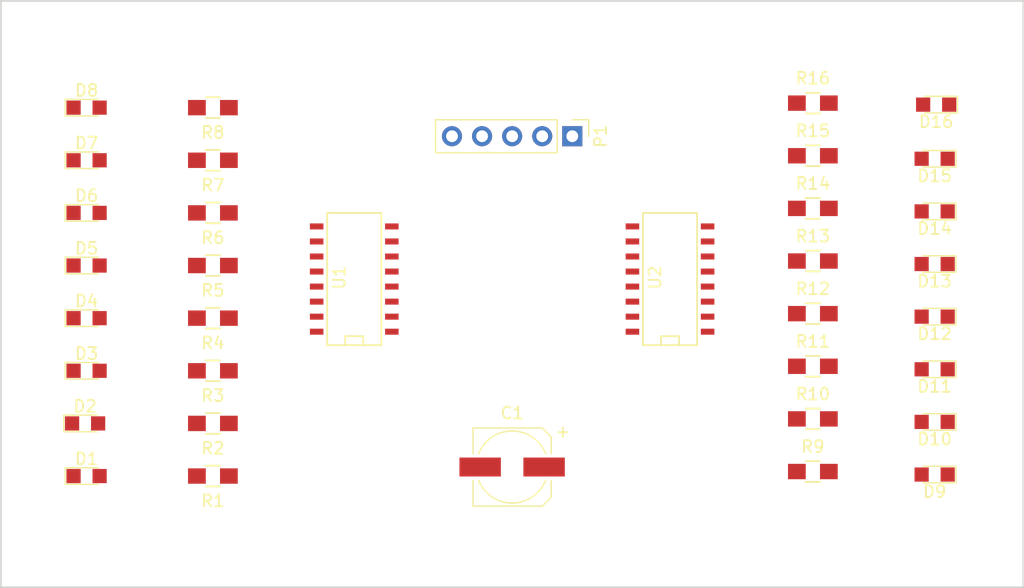
<source format=kicad_pcb>
(kicad_pcb (version 4) (host pcbnew 4.0.5)

  (general
    (links 62)
    (no_connects 62)
    (area 73.584999 102.794999 160.095001 152.475001)
    (thickness 1.6)
    (drawings 5)
    (tracks 0)
    (zones 0)
    (modules 36)
    (nets 42)
  )

  (page A4)
  (layers
    (0 F.Cu signal)
    (31 B.Cu signal)
    (32 B.Adhes user)
    (33 F.Adhes user)
    (34 B.Paste user)
    (35 F.Paste user)
    (36 B.SilkS user)
    (37 F.SilkS user)
    (38 B.Mask user)
    (39 F.Mask user)
    (40 Dwgs.User user)
    (41 Cmts.User user)
    (42 Eco1.User user)
    (43 Eco2.User user)
    (44 Edge.Cuts user)
    (45 Margin user)
    (46 B.CrtYd user)
    (47 F.CrtYd user)
    (48 B.Fab user)
    (49 F.Fab user)
  )

  (setup
    (last_trace_width 0.25)
    (trace_clearance 0.2)
    (zone_clearance 0.508)
    (zone_45_only no)
    (trace_min 0.2)
    (segment_width 0.2)
    (edge_width 0.15)
    (via_size 0.6)
    (via_drill 0.4)
    (via_min_size 0.4)
    (via_min_drill 0.3)
    (uvia_size 0.3)
    (uvia_drill 0.1)
    (uvias_allowed no)
    (uvia_min_size 0.2)
    (uvia_min_drill 0.1)
    (pcb_text_width 0.3)
    (pcb_text_size 1.5 1.5)
    (mod_edge_width 0.15)
    (mod_text_size 1 1)
    (mod_text_width 0.15)
    (pad_size 1.524 1.524)
    (pad_drill 0.762)
    (pad_to_mask_clearance 0.2)
    (aux_axis_origin 0 0)
    (visible_elements FFFFFF7F)
    (pcbplotparams
      (layerselection 0x00030_80000001)
      (usegerberextensions false)
      (excludeedgelayer true)
      (linewidth 0.100000)
      (plotframeref false)
      (viasonmask false)
      (mode 1)
      (useauxorigin false)
      (hpglpennumber 1)
      (hpglpenspeed 20)
      (hpglpendiameter 15)
      (hpglpenoverlay 2)
      (psnegative false)
      (psa4output false)
      (plotreference true)
      (plotvalue true)
      (plotinvisibletext false)
      (padsonsilk false)
      (subtractmaskfromsilk false)
      (outputformat 1)
      (mirror false)
      (drillshape 1)
      (scaleselection 1)
      (outputdirectory ""))
  )

  (net 0 "")
  (net 1 VCC)
  (net 2 GND)
  (net 3 "Net-(D1-Pad2)")
  (net 4 /led_1_1)
  (net 5 "Net-(D2-Pad2)")
  (net 6 /led_1_2)
  (net 7 "Net-(D3-Pad2)")
  (net 8 /led_1_3)
  (net 9 "Net-(D4-Pad2)")
  (net 10 /led_1_4)
  (net 11 "Net-(D5-Pad2)")
  (net 12 /led_1_5)
  (net 13 "Net-(D6-Pad2)")
  (net 14 /led_1_6)
  (net 15 "Net-(D7-Pad2)")
  (net 16 /led_1_7)
  (net 17 "Net-(D8-Pad2)")
  (net 18 /led_1_8)
  (net 19 "Net-(D9-Pad2)")
  (net 20 /led_2_1)
  (net 21 "Net-(D10-Pad2)")
  (net 22 /led_2_2)
  (net 23 "Net-(D11-Pad2)")
  (net 24 /led_2_3)
  (net 25 "Net-(D12-Pad2)")
  (net 26 /led_2_4)
  (net 27 "Net-(D13-Pad2)")
  (net 28 /led_2_5)
  (net 29 "Net-(D14-Pad2)")
  (net 30 /led_2_6)
  (net 31 "Net-(D15-Pad2)")
  (net 32 /led_2_7)
  (net 33 "Net-(D16-Pad2)")
  (net 34 /led_2_8)
  (net 35 /LATCH)
  (net 36 /CLOCK)
  (net 37 /DATA)
  (net 38 "Net-(U1-Pad13)")
  (net 39 /DATA_S)
  (net 40 "Net-(U2-Pad13)")
  (net 41 "Net-(U2-Pad9)")

  (net_class Default "This is the default net class."
    (clearance 0.2)
    (trace_width 0.25)
    (via_dia 0.6)
    (via_drill 0.4)
    (uvia_dia 0.3)
    (uvia_drill 0.1)
    (add_net /CLOCK)
    (add_net /DATA)
    (add_net /DATA_S)
    (add_net /LATCH)
    (add_net /led_1_1)
    (add_net /led_1_2)
    (add_net /led_1_3)
    (add_net /led_1_4)
    (add_net /led_1_5)
    (add_net /led_1_6)
    (add_net /led_1_7)
    (add_net /led_1_8)
    (add_net /led_2_1)
    (add_net /led_2_2)
    (add_net /led_2_3)
    (add_net /led_2_4)
    (add_net /led_2_5)
    (add_net /led_2_6)
    (add_net /led_2_7)
    (add_net /led_2_8)
    (add_net "Net-(D1-Pad2)")
    (add_net "Net-(D10-Pad2)")
    (add_net "Net-(D11-Pad2)")
    (add_net "Net-(D12-Pad2)")
    (add_net "Net-(D13-Pad2)")
    (add_net "Net-(D14-Pad2)")
    (add_net "Net-(D15-Pad2)")
    (add_net "Net-(D16-Pad2)")
    (add_net "Net-(D2-Pad2)")
    (add_net "Net-(D3-Pad2)")
    (add_net "Net-(D4-Pad2)")
    (add_net "Net-(D5-Pad2)")
    (add_net "Net-(D6-Pad2)")
    (add_net "Net-(D7-Pad2)")
    (add_net "Net-(D8-Pad2)")
    (add_net "Net-(D9-Pad2)")
    (add_net "Net-(U1-Pad13)")
    (add_net "Net-(U2-Pad13)")
    (add_net "Net-(U2-Pad9)")
  )

  (net_class POWER ""
    (clearance 0.25)
    (trace_width 0.38)
    (via_dia 0.4)
    (via_drill 0.3)
    (uvia_dia 0.3)
    (uvia_drill 0.1)
    (add_net GND)
    (add_net VCC)
  )

  (module Capacitors_SMD:CP_Elec_6.3x5.3 (layer F.Cu) (tedit 57FA457B) (tstamp 58962E4D)
    (at 116.84 142.24 180)
    (descr "SMT capacitor, aluminium electrolytic, 6.3x5.3")
    (path /58963FDB)
    (attr smd)
    (fp_text reference C1 (at 0 4.5593 180) (layer F.SilkS)
      (effects (font (size 1 1) (thickness 0.15)))
    )
    (fp_text value 200uF (at 0 -4.5593 180) (layer F.Fab)
      (effects (font (size 1 1) (thickness 0.15)))
    )
    (fp_line (start 3.1496 3.1496) (end 3.1496 -3.1496) (layer F.Fab) (width 0.1))
    (fp_line (start -2.4765 3.1496) (end 3.1496 3.1496) (layer F.Fab) (width 0.1))
    (fp_line (start -3.1496 2.4765) (end -2.4765 3.1496) (layer F.Fab) (width 0.1))
    (fp_line (start -3.1496 -2.4765) (end -3.1496 2.4765) (layer F.Fab) (width 0.1))
    (fp_line (start -2.4765 -3.1496) (end -3.1496 -2.4765) (layer F.Fab) (width 0.1))
    (fp_line (start 3.1496 -3.1496) (end -2.4765 -3.1496) (layer F.Fab) (width 0.1))
    (fp_text user + (at -1.7526 -0.0762 180) (layer F.Fab)
      (effects (font (size 1 1) (thickness 0.15)))
    )
    (fp_arc (start 0 0) (end 2.8321 1.1176) (angle 136.9700905) (layer F.SilkS) (width 0.12))
    (fp_arc (start 0 0) (end -2.8321 -1.1176) (angle 136.9297483) (layer F.SilkS) (width 0.12))
    (fp_line (start 3.302 3.302) (end 3.302 1.1176) (layer F.SilkS) (width 0.12))
    (fp_line (start 3.302 -3.302) (end 3.302 -1.1176) (layer F.SilkS) (width 0.12))
    (fp_line (start -3.302 2.54) (end -3.302 1.1176) (layer F.SilkS) (width 0.12))
    (fp_line (start -3.302 -2.54) (end -3.302 -1.1176) (layer F.SilkS) (width 0.12))
    (fp_text user + (at -4.2799 3.0099 180) (layer F.SilkS)
      (effects (font (size 1 1) (thickness 0.15)))
    )
    (fp_line (start 4.85 -3.65) (end -4.85 -3.65) (layer F.CrtYd) (width 0.05))
    (fp_line (start -4.85 -3.65) (end -4.85 3.65) (layer F.CrtYd) (width 0.05))
    (fp_line (start -4.85 3.65) (end 4.85 3.65) (layer F.CrtYd) (width 0.05))
    (fp_line (start 4.85 3.65) (end 4.85 -3.65) (layer F.CrtYd) (width 0.05))
    (fp_line (start 3.302 3.302) (end -2.54 3.302) (layer F.SilkS) (width 0.12))
    (fp_line (start -2.54 3.302) (end -3.302 2.54) (layer F.SilkS) (width 0.12))
    (fp_line (start -3.302 -2.54) (end -2.54 -3.302) (layer F.SilkS) (width 0.12))
    (fp_line (start -2.54 -3.302) (end 3.302 -3.302) (layer F.SilkS) (width 0.12))
    (pad 1 smd rect (at -2.7 0) (size 3.5 1.6) (layers F.Cu F.Paste F.Mask)
      (net 1 VCC))
    (pad 2 smd rect (at 2.7 0) (size 3.5 1.6) (layers F.Cu F.Paste F.Mask)
      (net 2 GND))
    (model Capacitors_SMD.3dshapes/CP_Elec_6.3x5.3.wrl
      (at (xyz 0 0 0))
      (scale (xyz 1 1 1))
      (rotate (xyz 0 0 180))
    )
  )

  (module LEDs:LED_0805 (layer F.Cu) (tedit 57FE93EC) (tstamp 58962E53)
    (at 80.899 143.002)
    (descr "LED 0805 smd package")
    (tags "LED led 0805 SMD smd SMT smt smdled SMDLED smtled SMTLED")
    (path /5896B642)
    (attr smd)
    (fp_text reference D1 (at 0 -1.45) (layer F.SilkS)
      (effects (font (size 1 1) (thickness 0.15)))
    )
    (fp_text value LED (at 0 1.55) (layer F.Fab)
      (effects (font (size 1 1) (thickness 0.15)))
    )
    (fp_line (start -1.8 -0.7) (end -1.8 0.7) (layer F.SilkS) (width 0.12))
    (fp_line (start -0.4 -0.4) (end -0.4 0.4) (layer F.Fab) (width 0.1))
    (fp_line (start -0.4 0) (end 0.2 -0.4) (layer F.Fab) (width 0.1))
    (fp_line (start 0.2 0.4) (end -0.4 0) (layer F.Fab) (width 0.1))
    (fp_line (start 0.2 -0.4) (end 0.2 0.4) (layer F.Fab) (width 0.1))
    (fp_line (start 1 0.6) (end -1 0.6) (layer F.Fab) (width 0.1))
    (fp_line (start 1 -0.6) (end 1 0.6) (layer F.Fab) (width 0.1))
    (fp_line (start -1 -0.6) (end 1 -0.6) (layer F.Fab) (width 0.1))
    (fp_line (start -1 0.6) (end -1 -0.6) (layer F.Fab) (width 0.1))
    (fp_line (start -1.8 0.7) (end 1 0.7) (layer F.SilkS) (width 0.12))
    (fp_line (start -1.8 -0.7) (end 1 -0.7) (layer F.SilkS) (width 0.12))
    (fp_line (start 1.95 -0.85) (end 1.95 0.85) (layer F.CrtYd) (width 0.05))
    (fp_line (start 1.95 0.85) (end -1.95 0.85) (layer F.CrtYd) (width 0.05))
    (fp_line (start -1.95 0.85) (end -1.95 -0.85) (layer F.CrtYd) (width 0.05))
    (fp_line (start -1.95 -0.85) (end 1.95 -0.85) (layer F.CrtYd) (width 0.05))
    (pad 2 smd rect (at 1.1 0 180) (size 1.2 1.2) (layers F.Cu F.Paste F.Mask)
      (net 3 "Net-(D1-Pad2)"))
    (pad 1 smd rect (at -1.1 0 180) (size 1.2 1.2) (layers F.Cu F.Paste F.Mask)
      (net 4 /led_1_1))
    (model LEDs.3dshapes/LED_0805.wrl
      (at (xyz 0 0 0))
      (scale (xyz 1 1 1))
      (rotate (xyz 0 0 180))
    )
  )

  (module LEDs:LED_0805 (layer F.Cu) (tedit 57FE93EC) (tstamp 58962E59)
    (at 80.772 138.557)
    (descr "LED 0805 smd package")
    (tags "LED led 0805 SMD smd SMT smt smdled SMDLED smtled SMTLED")
    (path /5896B63C)
    (attr smd)
    (fp_text reference D2 (at 0 -1.45) (layer F.SilkS)
      (effects (font (size 1 1) (thickness 0.15)))
    )
    (fp_text value LED (at 0 1.55) (layer F.Fab)
      (effects (font (size 1 1) (thickness 0.15)))
    )
    (fp_line (start -1.8 -0.7) (end -1.8 0.7) (layer F.SilkS) (width 0.12))
    (fp_line (start -0.4 -0.4) (end -0.4 0.4) (layer F.Fab) (width 0.1))
    (fp_line (start -0.4 0) (end 0.2 -0.4) (layer F.Fab) (width 0.1))
    (fp_line (start 0.2 0.4) (end -0.4 0) (layer F.Fab) (width 0.1))
    (fp_line (start 0.2 -0.4) (end 0.2 0.4) (layer F.Fab) (width 0.1))
    (fp_line (start 1 0.6) (end -1 0.6) (layer F.Fab) (width 0.1))
    (fp_line (start 1 -0.6) (end 1 0.6) (layer F.Fab) (width 0.1))
    (fp_line (start -1 -0.6) (end 1 -0.6) (layer F.Fab) (width 0.1))
    (fp_line (start -1 0.6) (end -1 -0.6) (layer F.Fab) (width 0.1))
    (fp_line (start -1.8 0.7) (end 1 0.7) (layer F.SilkS) (width 0.12))
    (fp_line (start -1.8 -0.7) (end 1 -0.7) (layer F.SilkS) (width 0.12))
    (fp_line (start 1.95 -0.85) (end 1.95 0.85) (layer F.CrtYd) (width 0.05))
    (fp_line (start 1.95 0.85) (end -1.95 0.85) (layer F.CrtYd) (width 0.05))
    (fp_line (start -1.95 0.85) (end -1.95 -0.85) (layer F.CrtYd) (width 0.05))
    (fp_line (start -1.95 -0.85) (end 1.95 -0.85) (layer F.CrtYd) (width 0.05))
    (pad 2 smd rect (at 1.1 0 180) (size 1.2 1.2) (layers F.Cu F.Paste F.Mask)
      (net 5 "Net-(D2-Pad2)"))
    (pad 1 smd rect (at -1.1 0 180) (size 1.2 1.2) (layers F.Cu F.Paste F.Mask)
      (net 6 /led_1_2))
    (model LEDs.3dshapes/LED_0805.wrl
      (at (xyz 0 0 0))
      (scale (xyz 1 1 1))
      (rotate (xyz 0 0 180))
    )
  )

  (module LEDs:LED_0805 (layer F.Cu) (tedit 57FE93EC) (tstamp 58962E5F)
    (at 80.899 134.112)
    (descr "LED 0805 smd package")
    (tags "LED led 0805 SMD smd SMT smt smdled SMDLED smtled SMTLED")
    (path /5896B636)
    (attr smd)
    (fp_text reference D3 (at 0 -1.45) (layer F.SilkS)
      (effects (font (size 1 1) (thickness 0.15)))
    )
    (fp_text value LED (at 0 1.55) (layer F.Fab)
      (effects (font (size 1 1) (thickness 0.15)))
    )
    (fp_line (start -1.8 -0.7) (end -1.8 0.7) (layer F.SilkS) (width 0.12))
    (fp_line (start -0.4 -0.4) (end -0.4 0.4) (layer F.Fab) (width 0.1))
    (fp_line (start -0.4 0) (end 0.2 -0.4) (layer F.Fab) (width 0.1))
    (fp_line (start 0.2 0.4) (end -0.4 0) (layer F.Fab) (width 0.1))
    (fp_line (start 0.2 -0.4) (end 0.2 0.4) (layer F.Fab) (width 0.1))
    (fp_line (start 1 0.6) (end -1 0.6) (layer F.Fab) (width 0.1))
    (fp_line (start 1 -0.6) (end 1 0.6) (layer F.Fab) (width 0.1))
    (fp_line (start -1 -0.6) (end 1 -0.6) (layer F.Fab) (width 0.1))
    (fp_line (start -1 0.6) (end -1 -0.6) (layer F.Fab) (width 0.1))
    (fp_line (start -1.8 0.7) (end 1 0.7) (layer F.SilkS) (width 0.12))
    (fp_line (start -1.8 -0.7) (end 1 -0.7) (layer F.SilkS) (width 0.12))
    (fp_line (start 1.95 -0.85) (end 1.95 0.85) (layer F.CrtYd) (width 0.05))
    (fp_line (start 1.95 0.85) (end -1.95 0.85) (layer F.CrtYd) (width 0.05))
    (fp_line (start -1.95 0.85) (end -1.95 -0.85) (layer F.CrtYd) (width 0.05))
    (fp_line (start -1.95 -0.85) (end 1.95 -0.85) (layer F.CrtYd) (width 0.05))
    (pad 2 smd rect (at 1.1 0 180) (size 1.2 1.2) (layers F.Cu F.Paste F.Mask)
      (net 7 "Net-(D3-Pad2)"))
    (pad 1 smd rect (at -1.1 0 180) (size 1.2 1.2) (layers F.Cu F.Paste F.Mask)
      (net 8 /led_1_3))
    (model LEDs.3dshapes/LED_0805.wrl
      (at (xyz 0 0 0))
      (scale (xyz 1 1 1))
      (rotate (xyz 0 0 180))
    )
  )

  (module LEDs:LED_0805 (layer F.Cu) (tedit 57FE93EC) (tstamp 58962E65)
    (at 80.899 129.667)
    (descr "LED 0805 smd package")
    (tags "LED led 0805 SMD smd SMT smt smdled SMDLED smtled SMTLED")
    (path /5896B630)
    (attr smd)
    (fp_text reference D4 (at 0 -1.45) (layer F.SilkS)
      (effects (font (size 1 1) (thickness 0.15)))
    )
    (fp_text value LED (at 0 1.55) (layer F.Fab)
      (effects (font (size 1 1) (thickness 0.15)))
    )
    (fp_line (start -1.8 -0.7) (end -1.8 0.7) (layer F.SilkS) (width 0.12))
    (fp_line (start -0.4 -0.4) (end -0.4 0.4) (layer F.Fab) (width 0.1))
    (fp_line (start -0.4 0) (end 0.2 -0.4) (layer F.Fab) (width 0.1))
    (fp_line (start 0.2 0.4) (end -0.4 0) (layer F.Fab) (width 0.1))
    (fp_line (start 0.2 -0.4) (end 0.2 0.4) (layer F.Fab) (width 0.1))
    (fp_line (start 1 0.6) (end -1 0.6) (layer F.Fab) (width 0.1))
    (fp_line (start 1 -0.6) (end 1 0.6) (layer F.Fab) (width 0.1))
    (fp_line (start -1 -0.6) (end 1 -0.6) (layer F.Fab) (width 0.1))
    (fp_line (start -1 0.6) (end -1 -0.6) (layer F.Fab) (width 0.1))
    (fp_line (start -1.8 0.7) (end 1 0.7) (layer F.SilkS) (width 0.12))
    (fp_line (start -1.8 -0.7) (end 1 -0.7) (layer F.SilkS) (width 0.12))
    (fp_line (start 1.95 -0.85) (end 1.95 0.85) (layer F.CrtYd) (width 0.05))
    (fp_line (start 1.95 0.85) (end -1.95 0.85) (layer F.CrtYd) (width 0.05))
    (fp_line (start -1.95 0.85) (end -1.95 -0.85) (layer F.CrtYd) (width 0.05))
    (fp_line (start -1.95 -0.85) (end 1.95 -0.85) (layer F.CrtYd) (width 0.05))
    (pad 2 smd rect (at 1.1 0 180) (size 1.2 1.2) (layers F.Cu F.Paste F.Mask)
      (net 9 "Net-(D4-Pad2)"))
    (pad 1 smd rect (at -1.1 0 180) (size 1.2 1.2) (layers F.Cu F.Paste F.Mask)
      (net 10 /led_1_4))
    (model LEDs.3dshapes/LED_0805.wrl
      (at (xyz 0 0 0))
      (scale (xyz 1 1 1))
      (rotate (xyz 0 0 180))
    )
  )

  (module LEDs:LED_0805 (layer F.Cu) (tedit 57FE93EC) (tstamp 58962E6B)
    (at 80.899 125.222)
    (descr "LED 0805 smd package")
    (tags "LED led 0805 SMD smd SMT smt smdled SMDLED smtled SMTLED")
    (path /5896B62A)
    (attr smd)
    (fp_text reference D5 (at 0 -1.45) (layer F.SilkS)
      (effects (font (size 1 1) (thickness 0.15)))
    )
    (fp_text value LED (at 0 1.55) (layer F.Fab)
      (effects (font (size 1 1) (thickness 0.15)))
    )
    (fp_line (start -1.8 -0.7) (end -1.8 0.7) (layer F.SilkS) (width 0.12))
    (fp_line (start -0.4 -0.4) (end -0.4 0.4) (layer F.Fab) (width 0.1))
    (fp_line (start -0.4 0) (end 0.2 -0.4) (layer F.Fab) (width 0.1))
    (fp_line (start 0.2 0.4) (end -0.4 0) (layer F.Fab) (width 0.1))
    (fp_line (start 0.2 -0.4) (end 0.2 0.4) (layer F.Fab) (width 0.1))
    (fp_line (start 1 0.6) (end -1 0.6) (layer F.Fab) (width 0.1))
    (fp_line (start 1 -0.6) (end 1 0.6) (layer F.Fab) (width 0.1))
    (fp_line (start -1 -0.6) (end 1 -0.6) (layer F.Fab) (width 0.1))
    (fp_line (start -1 0.6) (end -1 -0.6) (layer F.Fab) (width 0.1))
    (fp_line (start -1.8 0.7) (end 1 0.7) (layer F.SilkS) (width 0.12))
    (fp_line (start -1.8 -0.7) (end 1 -0.7) (layer F.SilkS) (width 0.12))
    (fp_line (start 1.95 -0.85) (end 1.95 0.85) (layer F.CrtYd) (width 0.05))
    (fp_line (start 1.95 0.85) (end -1.95 0.85) (layer F.CrtYd) (width 0.05))
    (fp_line (start -1.95 0.85) (end -1.95 -0.85) (layer F.CrtYd) (width 0.05))
    (fp_line (start -1.95 -0.85) (end 1.95 -0.85) (layer F.CrtYd) (width 0.05))
    (pad 2 smd rect (at 1.1 0 180) (size 1.2 1.2) (layers F.Cu F.Paste F.Mask)
      (net 11 "Net-(D5-Pad2)"))
    (pad 1 smd rect (at -1.1 0 180) (size 1.2 1.2) (layers F.Cu F.Paste F.Mask)
      (net 12 /led_1_5))
    (model LEDs.3dshapes/LED_0805.wrl
      (at (xyz 0 0 0))
      (scale (xyz 1 1 1))
      (rotate (xyz 0 0 180))
    )
  )

  (module LEDs:LED_0805 (layer F.Cu) (tedit 57FE93EC) (tstamp 58962E71)
    (at 80.899 120.777)
    (descr "LED 0805 smd package")
    (tags "LED led 0805 SMD smd SMT smt smdled SMDLED smtled SMTLED")
    (path /5896B624)
    (attr smd)
    (fp_text reference D6 (at 0 -1.45) (layer F.SilkS)
      (effects (font (size 1 1) (thickness 0.15)))
    )
    (fp_text value LED (at 0 1.55) (layer F.Fab)
      (effects (font (size 1 1) (thickness 0.15)))
    )
    (fp_line (start -1.8 -0.7) (end -1.8 0.7) (layer F.SilkS) (width 0.12))
    (fp_line (start -0.4 -0.4) (end -0.4 0.4) (layer F.Fab) (width 0.1))
    (fp_line (start -0.4 0) (end 0.2 -0.4) (layer F.Fab) (width 0.1))
    (fp_line (start 0.2 0.4) (end -0.4 0) (layer F.Fab) (width 0.1))
    (fp_line (start 0.2 -0.4) (end 0.2 0.4) (layer F.Fab) (width 0.1))
    (fp_line (start 1 0.6) (end -1 0.6) (layer F.Fab) (width 0.1))
    (fp_line (start 1 -0.6) (end 1 0.6) (layer F.Fab) (width 0.1))
    (fp_line (start -1 -0.6) (end 1 -0.6) (layer F.Fab) (width 0.1))
    (fp_line (start -1 0.6) (end -1 -0.6) (layer F.Fab) (width 0.1))
    (fp_line (start -1.8 0.7) (end 1 0.7) (layer F.SilkS) (width 0.12))
    (fp_line (start -1.8 -0.7) (end 1 -0.7) (layer F.SilkS) (width 0.12))
    (fp_line (start 1.95 -0.85) (end 1.95 0.85) (layer F.CrtYd) (width 0.05))
    (fp_line (start 1.95 0.85) (end -1.95 0.85) (layer F.CrtYd) (width 0.05))
    (fp_line (start -1.95 0.85) (end -1.95 -0.85) (layer F.CrtYd) (width 0.05))
    (fp_line (start -1.95 -0.85) (end 1.95 -0.85) (layer F.CrtYd) (width 0.05))
    (pad 2 smd rect (at 1.1 0 180) (size 1.2 1.2) (layers F.Cu F.Paste F.Mask)
      (net 13 "Net-(D6-Pad2)"))
    (pad 1 smd rect (at -1.1 0 180) (size 1.2 1.2) (layers F.Cu F.Paste F.Mask)
      (net 14 /led_1_6))
    (model LEDs.3dshapes/LED_0805.wrl
      (at (xyz 0 0 0))
      (scale (xyz 1 1 1))
      (rotate (xyz 0 0 180))
    )
  )

  (module LEDs:LED_0805 (layer F.Cu) (tedit 57FE93EC) (tstamp 58962E77)
    (at 80.899 116.332)
    (descr "LED 0805 smd package")
    (tags "LED led 0805 SMD smd SMT smt smdled SMDLED smtled SMTLED")
    (path /5896B61E)
    (attr smd)
    (fp_text reference D7 (at 0 -1.45) (layer F.SilkS)
      (effects (font (size 1 1) (thickness 0.15)))
    )
    (fp_text value LED (at 0 1.55) (layer F.Fab)
      (effects (font (size 1 1) (thickness 0.15)))
    )
    (fp_line (start -1.8 -0.7) (end -1.8 0.7) (layer F.SilkS) (width 0.12))
    (fp_line (start -0.4 -0.4) (end -0.4 0.4) (layer F.Fab) (width 0.1))
    (fp_line (start -0.4 0) (end 0.2 -0.4) (layer F.Fab) (width 0.1))
    (fp_line (start 0.2 0.4) (end -0.4 0) (layer F.Fab) (width 0.1))
    (fp_line (start 0.2 -0.4) (end 0.2 0.4) (layer F.Fab) (width 0.1))
    (fp_line (start 1 0.6) (end -1 0.6) (layer F.Fab) (width 0.1))
    (fp_line (start 1 -0.6) (end 1 0.6) (layer F.Fab) (width 0.1))
    (fp_line (start -1 -0.6) (end 1 -0.6) (layer F.Fab) (width 0.1))
    (fp_line (start -1 0.6) (end -1 -0.6) (layer F.Fab) (width 0.1))
    (fp_line (start -1.8 0.7) (end 1 0.7) (layer F.SilkS) (width 0.12))
    (fp_line (start -1.8 -0.7) (end 1 -0.7) (layer F.SilkS) (width 0.12))
    (fp_line (start 1.95 -0.85) (end 1.95 0.85) (layer F.CrtYd) (width 0.05))
    (fp_line (start 1.95 0.85) (end -1.95 0.85) (layer F.CrtYd) (width 0.05))
    (fp_line (start -1.95 0.85) (end -1.95 -0.85) (layer F.CrtYd) (width 0.05))
    (fp_line (start -1.95 -0.85) (end 1.95 -0.85) (layer F.CrtYd) (width 0.05))
    (pad 2 smd rect (at 1.1 0 180) (size 1.2 1.2) (layers F.Cu F.Paste F.Mask)
      (net 15 "Net-(D7-Pad2)"))
    (pad 1 smd rect (at -1.1 0 180) (size 1.2 1.2) (layers F.Cu F.Paste F.Mask)
      (net 16 /led_1_7))
    (model LEDs.3dshapes/LED_0805.wrl
      (at (xyz 0 0 0))
      (scale (xyz 1 1 1))
      (rotate (xyz 0 0 180))
    )
  )

  (module LEDs:LED_0805 (layer F.Cu) (tedit 57FE93EC) (tstamp 58962E7D)
    (at 80.899 111.887)
    (descr "LED 0805 smd package")
    (tags "LED led 0805 SMD smd SMT smt smdled SMDLED smtled SMTLED")
    (path /5896B618)
    (attr smd)
    (fp_text reference D8 (at 0 -1.45) (layer F.SilkS)
      (effects (font (size 1 1) (thickness 0.15)))
    )
    (fp_text value LED (at 0 1.55) (layer F.Fab)
      (effects (font (size 1 1) (thickness 0.15)))
    )
    (fp_line (start -1.8 -0.7) (end -1.8 0.7) (layer F.SilkS) (width 0.12))
    (fp_line (start -0.4 -0.4) (end -0.4 0.4) (layer F.Fab) (width 0.1))
    (fp_line (start -0.4 0) (end 0.2 -0.4) (layer F.Fab) (width 0.1))
    (fp_line (start 0.2 0.4) (end -0.4 0) (layer F.Fab) (width 0.1))
    (fp_line (start 0.2 -0.4) (end 0.2 0.4) (layer F.Fab) (width 0.1))
    (fp_line (start 1 0.6) (end -1 0.6) (layer F.Fab) (width 0.1))
    (fp_line (start 1 -0.6) (end 1 0.6) (layer F.Fab) (width 0.1))
    (fp_line (start -1 -0.6) (end 1 -0.6) (layer F.Fab) (width 0.1))
    (fp_line (start -1 0.6) (end -1 -0.6) (layer F.Fab) (width 0.1))
    (fp_line (start -1.8 0.7) (end 1 0.7) (layer F.SilkS) (width 0.12))
    (fp_line (start -1.8 -0.7) (end 1 -0.7) (layer F.SilkS) (width 0.12))
    (fp_line (start 1.95 -0.85) (end 1.95 0.85) (layer F.CrtYd) (width 0.05))
    (fp_line (start 1.95 0.85) (end -1.95 0.85) (layer F.CrtYd) (width 0.05))
    (fp_line (start -1.95 0.85) (end -1.95 -0.85) (layer F.CrtYd) (width 0.05))
    (fp_line (start -1.95 -0.85) (end 1.95 -0.85) (layer F.CrtYd) (width 0.05))
    (pad 2 smd rect (at 1.1 0 180) (size 1.2 1.2) (layers F.Cu F.Paste F.Mask)
      (net 17 "Net-(D8-Pad2)"))
    (pad 1 smd rect (at -1.1 0 180) (size 1.2 1.2) (layers F.Cu F.Paste F.Mask)
      (net 18 /led_1_8))
    (model LEDs.3dshapes/LED_0805.wrl
      (at (xyz 0 0 0))
      (scale (xyz 1 1 1))
      (rotate (xyz 0 0 180))
    )
  )

  (module LEDs:LED_0805 (layer F.Cu) (tedit 57FE93EC) (tstamp 58962E83)
    (at 152.527 142.875 180)
    (descr "LED 0805 smd package")
    (tags "LED led 0805 SMD smd SMT smt smdled SMDLED smtled SMTLED")
    (path /589626AB)
    (attr smd)
    (fp_text reference D9 (at 0 -1.45 180) (layer F.SilkS)
      (effects (font (size 1 1) (thickness 0.15)))
    )
    (fp_text value LED (at 0 1.55 180) (layer F.Fab)
      (effects (font (size 1 1) (thickness 0.15)))
    )
    (fp_line (start -1.8 -0.7) (end -1.8 0.7) (layer F.SilkS) (width 0.12))
    (fp_line (start -0.4 -0.4) (end -0.4 0.4) (layer F.Fab) (width 0.1))
    (fp_line (start -0.4 0) (end 0.2 -0.4) (layer F.Fab) (width 0.1))
    (fp_line (start 0.2 0.4) (end -0.4 0) (layer F.Fab) (width 0.1))
    (fp_line (start 0.2 -0.4) (end 0.2 0.4) (layer F.Fab) (width 0.1))
    (fp_line (start 1 0.6) (end -1 0.6) (layer F.Fab) (width 0.1))
    (fp_line (start 1 -0.6) (end 1 0.6) (layer F.Fab) (width 0.1))
    (fp_line (start -1 -0.6) (end 1 -0.6) (layer F.Fab) (width 0.1))
    (fp_line (start -1 0.6) (end -1 -0.6) (layer F.Fab) (width 0.1))
    (fp_line (start -1.8 0.7) (end 1 0.7) (layer F.SilkS) (width 0.12))
    (fp_line (start -1.8 -0.7) (end 1 -0.7) (layer F.SilkS) (width 0.12))
    (fp_line (start 1.95 -0.85) (end 1.95 0.85) (layer F.CrtYd) (width 0.05))
    (fp_line (start 1.95 0.85) (end -1.95 0.85) (layer F.CrtYd) (width 0.05))
    (fp_line (start -1.95 0.85) (end -1.95 -0.85) (layer F.CrtYd) (width 0.05))
    (fp_line (start -1.95 -0.85) (end 1.95 -0.85) (layer F.CrtYd) (width 0.05))
    (pad 2 smd rect (at 1.1 0) (size 1.2 1.2) (layers F.Cu F.Paste F.Mask)
      (net 19 "Net-(D9-Pad2)"))
    (pad 1 smd rect (at -1.1 0) (size 1.2 1.2) (layers F.Cu F.Paste F.Mask)
      (net 20 /led_2_1))
    (model LEDs.3dshapes/LED_0805.wrl
      (at (xyz 0 0 0))
      (scale (xyz 1 1 1))
      (rotate (xyz 0 0 180))
    )
  )

  (module LEDs:LED_0805 (layer F.Cu) (tedit 57FE93EC) (tstamp 58962E89)
    (at 152.527 138.43 180)
    (descr "LED 0805 smd package")
    (tags "LED led 0805 SMD smd SMT smt smdled SMDLED smtled SMTLED")
    (path /5896267C)
    (attr smd)
    (fp_text reference D10 (at 0 -1.45 180) (layer F.SilkS)
      (effects (font (size 1 1) (thickness 0.15)))
    )
    (fp_text value LED (at 0 1.55 180) (layer F.Fab)
      (effects (font (size 1 1) (thickness 0.15)))
    )
    (fp_line (start -1.8 -0.7) (end -1.8 0.7) (layer F.SilkS) (width 0.12))
    (fp_line (start -0.4 -0.4) (end -0.4 0.4) (layer F.Fab) (width 0.1))
    (fp_line (start -0.4 0) (end 0.2 -0.4) (layer F.Fab) (width 0.1))
    (fp_line (start 0.2 0.4) (end -0.4 0) (layer F.Fab) (width 0.1))
    (fp_line (start 0.2 -0.4) (end 0.2 0.4) (layer F.Fab) (width 0.1))
    (fp_line (start 1 0.6) (end -1 0.6) (layer F.Fab) (width 0.1))
    (fp_line (start 1 -0.6) (end 1 0.6) (layer F.Fab) (width 0.1))
    (fp_line (start -1 -0.6) (end 1 -0.6) (layer F.Fab) (width 0.1))
    (fp_line (start -1 0.6) (end -1 -0.6) (layer F.Fab) (width 0.1))
    (fp_line (start -1.8 0.7) (end 1 0.7) (layer F.SilkS) (width 0.12))
    (fp_line (start -1.8 -0.7) (end 1 -0.7) (layer F.SilkS) (width 0.12))
    (fp_line (start 1.95 -0.85) (end 1.95 0.85) (layer F.CrtYd) (width 0.05))
    (fp_line (start 1.95 0.85) (end -1.95 0.85) (layer F.CrtYd) (width 0.05))
    (fp_line (start -1.95 0.85) (end -1.95 -0.85) (layer F.CrtYd) (width 0.05))
    (fp_line (start -1.95 -0.85) (end 1.95 -0.85) (layer F.CrtYd) (width 0.05))
    (pad 2 smd rect (at 1.1 0) (size 1.2 1.2) (layers F.Cu F.Paste F.Mask)
      (net 21 "Net-(D10-Pad2)"))
    (pad 1 smd rect (at -1.1 0) (size 1.2 1.2) (layers F.Cu F.Paste F.Mask)
      (net 22 /led_2_2))
    (model LEDs.3dshapes/LED_0805.wrl
      (at (xyz 0 0 0))
      (scale (xyz 1 1 1))
      (rotate (xyz 0 0 180))
    )
  )

  (module LEDs:LED_0805 (layer F.Cu) (tedit 57FE93EC) (tstamp 58962E8F)
    (at 152.527 133.985 180)
    (descr "LED 0805 smd package")
    (tags "LED led 0805 SMD smd SMT smt smdled SMDLED smtled SMTLED")
    (path /58962650)
    (attr smd)
    (fp_text reference D11 (at 0 -1.45 180) (layer F.SilkS)
      (effects (font (size 1 1) (thickness 0.15)))
    )
    (fp_text value LED (at 0 1.55 180) (layer F.Fab)
      (effects (font (size 1 1) (thickness 0.15)))
    )
    (fp_line (start -1.8 -0.7) (end -1.8 0.7) (layer F.SilkS) (width 0.12))
    (fp_line (start -0.4 -0.4) (end -0.4 0.4) (layer F.Fab) (width 0.1))
    (fp_line (start -0.4 0) (end 0.2 -0.4) (layer F.Fab) (width 0.1))
    (fp_line (start 0.2 0.4) (end -0.4 0) (layer F.Fab) (width 0.1))
    (fp_line (start 0.2 -0.4) (end 0.2 0.4) (layer F.Fab) (width 0.1))
    (fp_line (start 1 0.6) (end -1 0.6) (layer F.Fab) (width 0.1))
    (fp_line (start 1 -0.6) (end 1 0.6) (layer F.Fab) (width 0.1))
    (fp_line (start -1 -0.6) (end 1 -0.6) (layer F.Fab) (width 0.1))
    (fp_line (start -1 0.6) (end -1 -0.6) (layer F.Fab) (width 0.1))
    (fp_line (start -1.8 0.7) (end 1 0.7) (layer F.SilkS) (width 0.12))
    (fp_line (start -1.8 -0.7) (end 1 -0.7) (layer F.SilkS) (width 0.12))
    (fp_line (start 1.95 -0.85) (end 1.95 0.85) (layer F.CrtYd) (width 0.05))
    (fp_line (start 1.95 0.85) (end -1.95 0.85) (layer F.CrtYd) (width 0.05))
    (fp_line (start -1.95 0.85) (end -1.95 -0.85) (layer F.CrtYd) (width 0.05))
    (fp_line (start -1.95 -0.85) (end 1.95 -0.85) (layer F.CrtYd) (width 0.05))
    (pad 2 smd rect (at 1.1 0) (size 1.2 1.2) (layers F.Cu F.Paste F.Mask)
      (net 23 "Net-(D11-Pad2)"))
    (pad 1 smd rect (at -1.1 0) (size 1.2 1.2) (layers F.Cu F.Paste F.Mask)
      (net 24 /led_2_3))
    (model LEDs.3dshapes/LED_0805.wrl
      (at (xyz 0 0 0))
      (scale (xyz 1 1 1))
      (rotate (xyz 0 0 180))
    )
  )

  (module LEDs:LED_0805 (layer F.Cu) (tedit 57FE93EC) (tstamp 58962E95)
    (at 152.527 129.54 180)
    (descr "LED 0805 smd package")
    (tags "LED led 0805 SMD smd SMT smt smdled SMDLED smtled SMTLED")
    (path /58962623)
    (attr smd)
    (fp_text reference D12 (at 0 -1.45 180) (layer F.SilkS)
      (effects (font (size 1 1) (thickness 0.15)))
    )
    (fp_text value LED (at 0 1.55 180) (layer F.Fab)
      (effects (font (size 1 1) (thickness 0.15)))
    )
    (fp_line (start -1.8 -0.7) (end -1.8 0.7) (layer F.SilkS) (width 0.12))
    (fp_line (start -0.4 -0.4) (end -0.4 0.4) (layer F.Fab) (width 0.1))
    (fp_line (start -0.4 0) (end 0.2 -0.4) (layer F.Fab) (width 0.1))
    (fp_line (start 0.2 0.4) (end -0.4 0) (layer F.Fab) (width 0.1))
    (fp_line (start 0.2 -0.4) (end 0.2 0.4) (layer F.Fab) (width 0.1))
    (fp_line (start 1 0.6) (end -1 0.6) (layer F.Fab) (width 0.1))
    (fp_line (start 1 -0.6) (end 1 0.6) (layer F.Fab) (width 0.1))
    (fp_line (start -1 -0.6) (end 1 -0.6) (layer F.Fab) (width 0.1))
    (fp_line (start -1 0.6) (end -1 -0.6) (layer F.Fab) (width 0.1))
    (fp_line (start -1.8 0.7) (end 1 0.7) (layer F.SilkS) (width 0.12))
    (fp_line (start -1.8 -0.7) (end 1 -0.7) (layer F.SilkS) (width 0.12))
    (fp_line (start 1.95 -0.85) (end 1.95 0.85) (layer F.CrtYd) (width 0.05))
    (fp_line (start 1.95 0.85) (end -1.95 0.85) (layer F.CrtYd) (width 0.05))
    (fp_line (start -1.95 0.85) (end -1.95 -0.85) (layer F.CrtYd) (width 0.05))
    (fp_line (start -1.95 -0.85) (end 1.95 -0.85) (layer F.CrtYd) (width 0.05))
    (pad 2 smd rect (at 1.1 0) (size 1.2 1.2) (layers F.Cu F.Paste F.Mask)
      (net 25 "Net-(D12-Pad2)"))
    (pad 1 smd rect (at -1.1 0) (size 1.2 1.2) (layers F.Cu F.Paste F.Mask)
      (net 26 /led_2_4))
    (model LEDs.3dshapes/LED_0805.wrl
      (at (xyz 0 0 0))
      (scale (xyz 1 1 1))
      (rotate (xyz 0 0 180))
    )
  )

  (module LEDs:LED_0805 (layer F.Cu) (tedit 57FE93EC) (tstamp 58962E9B)
    (at 152.527 125.095 180)
    (descr "LED 0805 smd package")
    (tags "LED led 0805 SMD smd SMT smt smdled SMDLED smtled SMTLED")
    (path /589625FA)
    (attr smd)
    (fp_text reference D13 (at 0 -1.45 180) (layer F.SilkS)
      (effects (font (size 1 1) (thickness 0.15)))
    )
    (fp_text value LED (at 0 1.55 180) (layer F.Fab)
      (effects (font (size 1 1) (thickness 0.15)))
    )
    (fp_line (start -1.8 -0.7) (end -1.8 0.7) (layer F.SilkS) (width 0.12))
    (fp_line (start -0.4 -0.4) (end -0.4 0.4) (layer F.Fab) (width 0.1))
    (fp_line (start -0.4 0) (end 0.2 -0.4) (layer F.Fab) (width 0.1))
    (fp_line (start 0.2 0.4) (end -0.4 0) (layer F.Fab) (width 0.1))
    (fp_line (start 0.2 -0.4) (end 0.2 0.4) (layer F.Fab) (width 0.1))
    (fp_line (start 1 0.6) (end -1 0.6) (layer F.Fab) (width 0.1))
    (fp_line (start 1 -0.6) (end 1 0.6) (layer F.Fab) (width 0.1))
    (fp_line (start -1 -0.6) (end 1 -0.6) (layer F.Fab) (width 0.1))
    (fp_line (start -1 0.6) (end -1 -0.6) (layer F.Fab) (width 0.1))
    (fp_line (start -1.8 0.7) (end 1 0.7) (layer F.SilkS) (width 0.12))
    (fp_line (start -1.8 -0.7) (end 1 -0.7) (layer F.SilkS) (width 0.12))
    (fp_line (start 1.95 -0.85) (end 1.95 0.85) (layer F.CrtYd) (width 0.05))
    (fp_line (start 1.95 0.85) (end -1.95 0.85) (layer F.CrtYd) (width 0.05))
    (fp_line (start -1.95 0.85) (end -1.95 -0.85) (layer F.CrtYd) (width 0.05))
    (fp_line (start -1.95 -0.85) (end 1.95 -0.85) (layer F.CrtYd) (width 0.05))
    (pad 2 smd rect (at 1.1 0) (size 1.2 1.2) (layers F.Cu F.Paste F.Mask)
      (net 27 "Net-(D13-Pad2)"))
    (pad 1 smd rect (at -1.1 0) (size 1.2 1.2) (layers F.Cu F.Paste F.Mask)
      (net 28 /led_2_5))
    (model LEDs.3dshapes/LED_0805.wrl
      (at (xyz 0 0 0))
      (scale (xyz 1 1 1))
      (rotate (xyz 0 0 180))
    )
  )

  (module LEDs:LED_0805 (layer F.Cu) (tedit 57FE93EC) (tstamp 58962EA1)
    (at 152.527 120.65 180)
    (descr "LED 0805 smd package")
    (tags "LED led 0805 SMD smd SMT smt smdled SMDLED smtled SMTLED")
    (path /589625D6)
    (attr smd)
    (fp_text reference D14 (at 0 -1.45 180) (layer F.SilkS)
      (effects (font (size 1 1) (thickness 0.15)))
    )
    (fp_text value LED (at 0 1.55 180) (layer F.Fab)
      (effects (font (size 1 1) (thickness 0.15)))
    )
    (fp_line (start -1.8 -0.7) (end -1.8 0.7) (layer F.SilkS) (width 0.12))
    (fp_line (start -0.4 -0.4) (end -0.4 0.4) (layer F.Fab) (width 0.1))
    (fp_line (start -0.4 0) (end 0.2 -0.4) (layer F.Fab) (width 0.1))
    (fp_line (start 0.2 0.4) (end -0.4 0) (layer F.Fab) (width 0.1))
    (fp_line (start 0.2 -0.4) (end 0.2 0.4) (layer F.Fab) (width 0.1))
    (fp_line (start 1 0.6) (end -1 0.6) (layer F.Fab) (width 0.1))
    (fp_line (start 1 -0.6) (end 1 0.6) (layer F.Fab) (width 0.1))
    (fp_line (start -1 -0.6) (end 1 -0.6) (layer F.Fab) (width 0.1))
    (fp_line (start -1 0.6) (end -1 -0.6) (layer F.Fab) (width 0.1))
    (fp_line (start -1.8 0.7) (end 1 0.7) (layer F.SilkS) (width 0.12))
    (fp_line (start -1.8 -0.7) (end 1 -0.7) (layer F.SilkS) (width 0.12))
    (fp_line (start 1.95 -0.85) (end 1.95 0.85) (layer F.CrtYd) (width 0.05))
    (fp_line (start 1.95 0.85) (end -1.95 0.85) (layer F.CrtYd) (width 0.05))
    (fp_line (start -1.95 0.85) (end -1.95 -0.85) (layer F.CrtYd) (width 0.05))
    (fp_line (start -1.95 -0.85) (end 1.95 -0.85) (layer F.CrtYd) (width 0.05))
    (pad 2 smd rect (at 1.1 0) (size 1.2 1.2) (layers F.Cu F.Paste F.Mask)
      (net 29 "Net-(D14-Pad2)"))
    (pad 1 smd rect (at -1.1 0) (size 1.2 1.2) (layers F.Cu F.Paste F.Mask)
      (net 30 /led_2_6))
    (model LEDs.3dshapes/LED_0805.wrl
      (at (xyz 0 0 0))
      (scale (xyz 1 1 1))
      (rotate (xyz 0 0 180))
    )
  )

  (module LEDs:LED_0805 (layer F.Cu) (tedit 57FE93EC) (tstamp 58962EA7)
    (at 152.527 116.205 180)
    (descr "LED 0805 smd package")
    (tags "LED led 0805 SMD smd SMT smt smdled SMDLED smtled SMTLED")
    (path /589625AE)
    (attr smd)
    (fp_text reference D15 (at 0 -1.45 180) (layer F.SilkS)
      (effects (font (size 1 1) (thickness 0.15)))
    )
    (fp_text value LED (at 0 1.55 180) (layer F.Fab)
      (effects (font (size 1 1) (thickness 0.15)))
    )
    (fp_line (start -1.8 -0.7) (end -1.8 0.7) (layer F.SilkS) (width 0.12))
    (fp_line (start -0.4 -0.4) (end -0.4 0.4) (layer F.Fab) (width 0.1))
    (fp_line (start -0.4 0) (end 0.2 -0.4) (layer F.Fab) (width 0.1))
    (fp_line (start 0.2 0.4) (end -0.4 0) (layer F.Fab) (width 0.1))
    (fp_line (start 0.2 -0.4) (end 0.2 0.4) (layer F.Fab) (width 0.1))
    (fp_line (start 1 0.6) (end -1 0.6) (layer F.Fab) (width 0.1))
    (fp_line (start 1 -0.6) (end 1 0.6) (layer F.Fab) (width 0.1))
    (fp_line (start -1 -0.6) (end 1 -0.6) (layer F.Fab) (width 0.1))
    (fp_line (start -1 0.6) (end -1 -0.6) (layer F.Fab) (width 0.1))
    (fp_line (start -1.8 0.7) (end 1 0.7) (layer F.SilkS) (width 0.12))
    (fp_line (start -1.8 -0.7) (end 1 -0.7) (layer F.SilkS) (width 0.12))
    (fp_line (start 1.95 -0.85) (end 1.95 0.85) (layer F.CrtYd) (width 0.05))
    (fp_line (start 1.95 0.85) (end -1.95 0.85) (layer F.CrtYd) (width 0.05))
    (fp_line (start -1.95 0.85) (end -1.95 -0.85) (layer F.CrtYd) (width 0.05))
    (fp_line (start -1.95 -0.85) (end 1.95 -0.85) (layer F.CrtYd) (width 0.05))
    (pad 2 smd rect (at 1.1 0) (size 1.2 1.2) (layers F.Cu F.Paste F.Mask)
      (net 31 "Net-(D15-Pad2)"))
    (pad 1 smd rect (at -1.1 0) (size 1.2 1.2) (layers F.Cu F.Paste F.Mask)
      (net 32 /led_2_7))
    (model LEDs.3dshapes/LED_0805.wrl
      (at (xyz 0 0 0))
      (scale (xyz 1 1 1))
      (rotate (xyz 0 0 180))
    )
  )

  (module LEDs:LED_0805 (layer F.Cu) (tedit 57FE93EC) (tstamp 58962EAD)
    (at 152.654 111.633 180)
    (descr "LED 0805 smd package")
    (tags "LED led 0805 SMD smd SMT smt smdled SMDLED smtled SMTLED")
    (path /5896255A)
    (attr smd)
    (fp_text reference D16 (at 0 -1.45 180) (layer F.SilkS)
      (effects (font (size 1 1) (thickness 0.15)))
    )
    (fp_text value LED (at 0 1.55 180) (layer F.Fab)
      (effects (font (size 1 1) (thickness 0.15)))
    )
    (fp_line (start -1.8 -0.7) (end -1.8 0.7) (layer F.SilkS) (width 0.12))
    (fp_line (start -0.4 -0.4) (end -0.4 0.4) (layer F.Fab) (width 0.1))
    (fp_line (start -0.4 0) (end 0.2 -0.4) (layer F.Fab) (width 0.1))
    (fp_line (start 0.2 0.4) (end -0.4 0) (layer F.Fab) (width 0.1))
    (fp_line (start 0.2 -0.4) (end 0.2 0.4) (layer F.Fab) (width 0.1))
    (fp_line (start 1 0.6) (end -1 0.6) (layer F.Fab) (width 0.1))
    (fp_line (start 1 -0.6) (end 1 0.6) (layer F.Fab) (width 0.1))
    (fp_line (start -1 -0.6) (end 1 -0.6) (layer F.Fab) (width 0.1))
    (fp_line (start -1 0.6) (end -1 -0.6) (layer F.Fab) (width 0.1))
    (fp_line (start -1.8 0.7) (end 1 0.7) (layer F.SilkS) (width 0.12))
    (fp_line (start -1.8 -0.7) (end 1 -0.7) (layer F.SilkS) (width 0.12))
    (fp_line (start 1.95 -0.85) (end 1.95 0.85) (layer F.CrtYd) (width 0.05))
    (fp_line (start 1.95 0.85) (end -1.95 0.85) (layer F.CrtYd) (width 0.05))
    (fp_line (start -1.95 0.85) (end -1.95 -0.85) (layer F.CrtYd) (width 0.05))
    (fp_line (start -1.95 -0.85) (end 1.95 -0.85) (layer F.CrtYd) (width 0.05))
    (pad 2 smd rect (at 1.1 0) (size 1.2 1.2) (layers F.Cu F.Paste F.Mask)
      (net 33 "Net-(D16-Pad2)"))
    (pad 1 smd rect (at -1.1 0) (size 1.2 1.2) (layers F.Cu F.Paste F.Mask)
      (net 34 /led_2_8))
    (model LEDs.3dshapes/LED_0805.wrl
      (at (xyz 0 0 0))
      (scale (xyz 1 1 1))
      (rotate (xyz 0 0 180))
    )
  )

  (module Pin_Headers:Pin_Header_Straight_1x05_Pitch2.54mm (layer F.Cu) (tedit 5862ED52) (tstamp 58962EB6)
    (at 121.92 114.3 270)
    (descr "Through hole straight pin header, 1x05, 2.54mm pitch, single row")
    (tags "Through hole pin header THT 1x05 2.54mm single row")
    (path /5896406F)
    (fp_text reference P1 (at 0 -2.39 270) (layer F.SilkS)
      (effects (font (size 1 1) (thickness 0.15)))
    )
    (fp_text value CONN_01X05 (at 0 12.55 270) (layer F.Fab)
      (effects (font (size 1 1) (thickness 0.15)))
    )
    (fp_line (start -1.27 -1.27) (end -1.27 11.43) (layer F.Fab) (width 0.1))
    (fp_line (start -1.27 11.43) (end 1.27 11.43) (layer F.Fab) (width 0.1))
    (fp_line (start 1.27 11.43) (end 1.27 -1.27) (layer F.Fab) (width 0.1))
    (fp_line (start 1.27 -1.27) (end -1.27 -1.27) (layer F.Fab) (width 0.1))
    (fp_line (start -1.39 1.27) (end -1.39 11.55) (layer F.SilkS) (width 0.12))
    (fp_line (start -1.39 11.55) (end 1.39 11.55) (layer F.SilkS) (width 0.12))
    (fp_line (start 1.39 11.55) (end 1.39 1.27) (layer F.SilkS) (width 0.12))
    (fp_line (start 1.39 1.27) (end -1.39 1.27) (layer F.SilkS) (width 0.12))
    (fp_line (start -1.39 0) (end -1.39 -1.39) (layer F.SilkS) (width 0.12))
    (fp_line (start -1.39 -1.39) (end 0 -1.39) (layer F.SilkS) (width 0.12))
    (fp_line (start -1.6 -1.6) (end -1.6 11.7) (layer F.CrtYd) (width 0.05))
    (fp_line (start -1.6 11.7) (end 1.6 11.7) (layer F.CrtYd) (width 0.05))
    (fp_line (start 1.6 11.7) (end 1.6 -1.6) (layer F.CrtYd) (width 0.05))
    (fp_line (start 1.6 -1.6) (end -1.6 -1.6) (layer F.CrtYd) (width 0.05))
    (pad 1 thru_hole rect (at 0 0 270) (size 1.7 1.7) (drill 1) (layers *.Cu *.Mask)
      (net 1 VCC))
    (pad 2 thru_hole oval (at 0 2.54 270) (size 1.7 1.7) (drill 1) (layers *.Cu *.Mask)
      (net 2 GND))
    (pad 3 thru_hole oval (at 0 5.08 270) (size 1.7 1.7) (drill 1) (layers *.Cu *.Mask)
      (net 35 /LATCH))
    (pad 4 thru_hole oval (at 0 7.62 270) (size 1.7 1.7) (drill 1) (layers *.Cu *.Mask)
      (net 36 /CLOCK))
    (pad 5 thru_hole oval (at 0 10.16 270) (size 1.7 1.7) (drill 1) (layers *.Cu *.Mask)
      (net 37 /DATA))
    (model Pin_Headers.3dshapes/Pin_Header_Straight_1x05_Pitch2.54mm.wrl
      (at (xyz 0 -0.2 0))
      (scale (xyz 1 1 1))
      (rotate (xyz 0 0 90))
    )
  )

  (module Resistors_SMD:R_0805_HandSoldering (layer F.Cu) (tedit 58307B90) (tstamp 58962EBC)
    (at 91.567 143.002 180)
    (descr "Resistor SMD 0805, hand soldering")
    (tags "resistor 0805")
    (path /5896B648)
    (attr smd)
    (fp_text reference R1 (at 0 -2.1 180) (layer F.SilkS)
      (effects (font (size 1 1) (thickness 0.15)))
    )
    (fp_text value "220 Ohm" (at 0 2.1 180) (layer F.Fab)
      (effects (font (size 1 1) (thickness 0.15)))
    )
    (fp_line (start -1 0.625) (end -1 -0.625) (layer F.Fab) (width 0.1))
    (fp_line (start 1 0.625) (end -1 0.625) (layer F.Fab) (width 0.1))
    (fp_line (start 1 -0.625) (end 1 0.625) (layer F.Fab) (width 0.1))
    (fp_line (start -1 -0.625) (end 1 -0.625) (layer F.Fab) (width 0.1))
    (fp_line (start -2.4 -1) (end 2.4 -1) (layer F.CrtYd) (width 0.05))
    (fp_line (start -2.4 1) (end 2.4 1) (layer F.CrtYd) (width 0.05))
    (fp_line (start -2.4 -1) (end -2.4 1) (layer F.CrtYd) (width 0.05))
    (fp_line (start 2.4 -1) (end 2.4 1) (layer F.CrtYd) (width 0.05))
    (fp_line (start 0.6 0.875) (end -0.6 0.875) (layer F.SilkS) (width 0.15))
    (fp_line (start -0.6 -0.875) (end 0.6 -0.875) (layer F.SilkS) (width 0.15))
    (pad 1 smd rect (at -1.35 0 180) (size 1.5 1.3) (layers F.Cu F.Paste F.Mask)
      (net 1 VCC))
    (pad 2 smd rect (at 1.35 0 180) (size 1.5 1.3) (layers F.Cu F.Paste F.Mask)
      (net 3 "Net-(D1-Pad2)"))
    (model Resistors_SMD.3dshapes/R_0805_HandSoldering.wrl
      (at (xyz 0 0 0))
      (scale (xyz 1 1 1))
      (rotate (xyz 0 0 0))
    )
  )

  (module Resistors_SMD:R_0805_HandSoldering (layer F.Cu) (tedit 58307B90) (tstamp 58962EC2)
    (at 91.567 138.557 180)
    (descr "Resistor SMD 0805, hand soldering")
    (tags "resistor 0805")
    (path /5896B64E)
    (attr smd)
    (fp_text reference R2 (at 0 -2.1 180) (layer F.SilkS)
      (effects (font (size 1 1) (thickness 0.15)))
    )
    (fp_text value "220 Ohm" (at 0 2.1 180) (layer F.Fab)
      (effects (font (size 1 1) (thickness 0.15)))
    )
    (fp_line (start -1 0.625) (end -1 -0.625) (layer F.Fab) (width 0.1))
    (fp_line (start 1 0.625) (end -1 0.625) (layer F.Fab) (width 0.1))
    (fp_line (start 1 -0.625) (end 1 0.625) (layer F.Fab) (width 0.1))
    (fp_line (start -1 -0.625) (end 1 -0.625) (layer F.Fab) (width 0.1))
    (fp_line (start -2.4 -1) (end 2.4 -1) (layer F.CrtYd) (width 0.05))
    (fp_line (start -2.4 1) (end 2.4 1) (layer F.CrtYd) (width 0.05))
    (fp_line (start -2.4 -1) (end -2.4 1) (layer F.CrtYd) (width 0.05))
    (fp_line (start 2.4 -1) (end 2.4 1) (layer F.CrtYd) (width 0.05))
    (fp_line (start 0.6 0.875) (end -0.6 0.875) (layer F.SilkS) (width 0.15))
    (fp_line (start -0.6 -0.875) (end 0.6 -0.875) (layer F.SilkS) (width 0.15))
    (pad 1 smd rect (at -1.35 0 180) (size 1.5 1.3) (layers F.Cu F.Paste F.Mask)
      (net 1 VCC))
    (pad 2 smd rect (at 1.35 0 180) (size 1.5 1.3) (layers F.Cu F.Paste F.Mask)
      (net 5 "Net-(D2-Pad2)"))
    (model Resistors_SMD.3dshapes/R_0805_HandSoldering.wrl
      (at (xyz 0 0 0))
      (scale (xyz 1 1 1))
      (rotate (xyz 0 0 0))
    )
  )

  (module Resistors_SMD:R_0805_HandSoldering (layer F.Cu) (tedit 58307B90) (tstamp 58962EC8)
    (at 91.567 134.112 180)
    (descr "Resistor SMD 0805, hand soldering")
    (tags "resistor 0805")
    (path /5896B654)
    (attr smd)
    (fp_text reference R3 (at 0 -2.1 180) (layer F.SilkS)
      (effects (font (size 1 1) (thickness 0.15)))
    )
    (fp_text value "220 Ohm" (at 0 2.1 180) (layer F.Fab)
      (effects (font (size 1 1) (thickness 0.15)))
    )
    (fp_line (start -1 0.625) (end -1 -0.625) (layer F.Fab) (width 0.1))
    (fp_line (start 1 0.625) (end -1 0.625) (layer F.Fab) (width 0.1))
    (fp_line (start 1 -0.625) (end 1 0.625) (layer F.Fab) (width 0.1))
    (fp_line (start -1 -0.625) (end 1 -0.625) (layer F.Fab) (width 0.1))
    (fp_line (start -2.4 -1) (end 2.4 -1) (layer F.CrtYd) (width 0.05))
    (fp_line (start -2.4 1) (end 2.4 1) (layer F.CrtYd) (width 0.05))
    (fp_line (start -2.4 -1) (end -2.4 1) (layer F.CrtYd) (width 0.05))
    (fp_line (start 2.4 -1) (end 2.4 1) (layer F.CrtYd) (width 0.05))
    (fp_line (start 0.6 0.875) (end -0.6 0.875) (layer F.SilkS) (width 0.15))
    (fp_line (start -0.6 -0.875) (end 0.6 -0.875) (layer F.SilkS) (width 0.15))
    (pad 1 smd rect (at -1.35 0 180) (size 1.5 1.3) (layers F.Cu F.Paste F.Mask)
      (net 1 VCC))
    (pad 2 smd rect (at 1.35 0 180) (size 1.5 1.3) (layers F.Cu F.Paste F.Mask)
      (net 7 "Net-(D3-Pad2)"))
    (model Resistors_SMD.3dshapes/R_0805_HandSoldering.wrl
      (at (xyz 0 0 0))
      (scale (xyz 1 1 1))
      (rotate (xyz 0 0 0))
    )
  )

  (module Resistors_SMD:R_0805_HandSoldering (layer F.Cu) (tedit 58307B90) (tstamp 58962ECE)
    (at 91.567 129.667 180)
    (descr "Resistor SMD 0805, hand soldering")
    (tags "resistor 0805")
    (path /5896B65A)
    (attr smd)
    (fp_text reference R4 (at 0 -2.1 180) (layer F.SilkS)
      (effects (font (size 1 1) (thickness 0.15)))
    )
    (fp_text value "220 Ohm" (at 0 2.1 180) (layer F.Fab)
      (effects (font (size 1 1) (thickness 0.15)))
    )
    (fp_line (start -1 0.625) (end -1 -0.625) (layer F.Fab) (width 0.1))
    (fp_line (start 1 0.625) (end -1 0.625) (layer F.Fab) (width 0.1))
    (fp_line (start 1 -0.625) (end 1 0.625) (layer F.Fab) (width 0.1))
    (fp_line (start -1 -0.625) (end 1 -0.625) (layer F.Fab) (width 0.1))
    (fp_line (start -2.4 -1) (end 2.4 -1) (layer F.CrtYd) (width 0.05))
    (fp_line (start -2.4 1) (end 2.4 1) (layer F.CrtYd) (width 0.05))
    (fp_line (start -2.4 -1) (end -2.4 1) (layer F.CrtYd) (width 0.05))
    (fp_line (start 2.4 -1) (end 2.4 1) (layer F.CrtYd) (width 0.05))
    (fp_line (start 0.6 0.875) (end -0.6 0.875) (layer F.SilkS) (width 0.15))
    (fp_line (start -0.6 -0.875) (end 0.6 -0.875) (layer F.SilkS) (width 0.15))
    (pad 1 smd rect (at -1.35 0 180) (size 1.5 1.3) (layers F.Cu F.Paste F.Mask)
      (net 1 VCC))
    (pad 2 smd rect (at 1.35 0 180) (size 1.5 1.3) (layers F.Cu F.Paste F.Mask)
      (net 9 "Net-(D4-Pad2)"))
    (model Resistors_SMD.3dshapes/R_0805_HandSoldering.wrl
      (at (xyz 0 0 0))
      (scale (xyz 1 1 1))
      (rotate (xyz 0 0 0))
    )
  )

  (module Resistors_SMD:R_0805_HandSoldering (layer F.Cu) (tedit 58307B90) (tstamp 58962ED4)
    (at 91.567 125.222 180)
    (descr "Resistor SMD 0805, hand soldering")
    (tags "resistor 0805")
    (path /5896B660)
    (attr smd)
    (fp_text reference R5 (at 0 -2.1 180) (layer F.SilkS)
      (effects (font (size 1 1) (thickness 0.15)))
    )
    (fp_text value "220 Ohm" (at 0 2.1 180) (layer F.Fab)
      (effects (font (size 1 1) (thickness 0.15)))
    )
    (fp_line (start -1 0.625) (end -1 -0.625) (layer F.Fab) (width 0.1))
    (fp_line (start 1 0.625) (end -1 0.625) (layer F.Fab) (width 0.1))
    (fp_line (start 1 -0.625) (end 1 0.625) (layer F.Fab) (width 0.1))
    (fp_line (start -1 -0.625) (end 1 -0.625) (layer F.Fab) (width 0.1))
    (fp_line (start -2.4 -1) (end 2.4 -1) (layer F.CrtYd) (width 0.05))
    (fp_line (start -2.4 1) (end 2.4 1) (layer F.CrtYd) (width 0.05))
    (fp_line (start -2.4 -1) (end -2.4 1) (layer F.CrtYd) (width 0.05))
    (fp_line (start 2.4 -1) (end 2.4 1) (layer F.CrtYd) (width 0.05))
    (fp_line (start 0.6 0.875) (end -0.6 0.875) (layer F.SilkS) (width 0.15))
    (fp_line (start -0.6 -0.875) (end 0.6 -0.875) (layer F.SilkS) (width 0.15))
    (pad 1 smd rect (at -1.35 0 180) (size 1.5 1.3) (layers F.Cu F.Paste F.Mask)
      (net 1 VCC))
    (pad 2 smd rect (at 1.35 0 180) (size 1.5 1.3) (layers F.Cu F.Paste F.Mask)
      (net 11 "Net-(D5-Pad2)"))
    (model Resistors_SMD.3dshapes/R_0805_HandSoldering.wrl
      (at (xyz 0 0 0))
      (scale (xyz 1 1 1))
      (rotate (xyz 0 0 0))
    )
  )

  (module Resistors_SMD:R_0805_HandSoldering (layer F.Cu) (tedit 58307B90) (tstamp 58962EDA)
    (at 91.567 120.777 180)
    (descr "Resistor SMD 0805, hand soldering")
    (tags "resistor 0805")
    (path /5896B666)
    (attr smd)
    (fp_text reference R6 (at 0 -2.1 180) (layer F.SilkS)
      (effects (font (size 1 1) (thickness 0.15)))
    )
    (fp_text value "220 Ohm" (at 0 2.1 180) (layer F.Fab)
      (effects (font (size 1 1) (thickness 0.15)))
    )
    (fp_line (start -1 0.625) (end -1 -0.625) (layer F.Fab) (width 0.1))
    (fp_line (start 1 0.625) (end -1 0.625) (layer F.Fab) (width 0.1))
    (fp_line (start 1 -0.625) (end 1 0.625) (layer F.Fab) (width 0.1))
    (fp_line (start -1 -0.625) (end 1 -0.625) (layer F.Fab) (width 0.1))
    (fp_line (start -2.4 -1) (end 2.4 -1) (layer F.CrtYd) (width 0.05))
    (fp_line (start -2.4 1) (end 2.4 1) (layer F.CrtYd) (width 0.05))
    (fp_line (start -2.4 -1) (end -2.4 1) (layer F.CrtYd) (width 0.05))
    (fp_line (start 2.4 -1) (end 2.4 1) (layer F.CrtYd) (width 0.05))
    (fp_line (start 0.6 0.875) (end -0.6 0.875) (layer F.SilkS) (width 0.15))
    (fp_line (start -0.6 -0.875) (end 0.6 -0.875) (layer F.SilkS) (width 0.15))
    (pad 1 smd rect (at -1.35 0 180) (size 1.5 1.3) (layers F.Cu F.Paste F.Mask)
      (net 1 VCC))
    (pad 2 smd rect (at 1.35 0 180) (size 1.5 1.3) (layers F.Cu F.Paste F.Mask)
      (net 13 "Net-(D6-Pad2)"))
    (model Resistors_SMD.3dshapes/R_0805_HandSoldering.wrl
      (at (xyz 0 0 0))
      (scale (xyz 1 1 1))
      (rotate (xyz 0 0 0))
    )
  )

  (module Resistors_SMD:R_0805_HandSoldering (layer F.Cu) (tedit 58307B90) (tstamp 58962EE0)
    (at 91.567 116.332 180)
    (descr "Resistor SMD 0805, hand soldering")
    (tags "resistor 0805")
    (path /5896B66C)
    (attr smd)
    (fp_text reference R7 (at 0 -2.1 180) (layer F.SilkS)
      (effects (font (size 1 1) (thickness 0.15)))
    )
    (fp_text value "220 Ohm" (at 0 2.1 180) (layer F.Fab)
      (effects (font (size 1 1) (thickness 0.15)))
    )
    (fp_line (start -1 0.625) (end -1 -0.625) (layer F.Fab) (width 0.1))
    (fp_line (start 1 0.625) (end -1 0.625) (layer F.Fab) (width 0.1))
    (fp_line (start 1 -0.625) (end 1 0.625) (layer F.Fab) (width 0.1))
    (fp_line (start -1 -0.625) (end 1 -0.625) (layer F.Fab) (width 0.1))
    (fp_line (start -2.4 -1) (end 2.4 -1) (layer F.CrtYd) (width 0.05))
    (fp_line (start -2.4 1) (end 2.4 1) (layer F.CrtYd) (width 0.05))
    (fp_line (start -2.4 -1) (end -2.4 1) (layer F.CrtYd) (width 0.05))
    (fp_line (start 2.4 -1) (end 2.4 1) (layer F.CrtYd) (width 0.05))
    (fp_line (start 0.6 0.875) (end -0.6 0.875) (layer F.SilkS) (width 0.15))
    (fp_line (start -0.6 -0.875) (end 0.6 -0.875) (layer F.SilkS) (width 0.15))
    (pad 1 smd rect (at -1.35 0 180) (size 1.5 1.3) (layers F.Cu F.Paste F.Mask)
      (net 1 VCC))
    (pad 2 smd rect (at 1.35 0 180) (size 1.5 1.3) (layers F.Cu F.Paste F.Mask)
      (net 15 "Net-(D7-Pad2)"))
    (model Resistors_SMD.3dshapes/R_0805_HandSoldering.wrl
      (at (xyz 0 0 0))
      (scale (xyz 1 1 1))
      (rotate (xyz 0 0 0))
    )
  )

  (module Resistors_SMD:R_0805_HandSoldering (layer F.Cu) (tedit 58307B90) (tstamp 58962EE6)
    (at 91.567 111.887 180)
    (descr "Resistor SMD 0805, hand soldering")
    (tags "resistor 0805")
    (path /5896B672)
    (attr smd)
    (fp_text reference R8 (at 0 -2.1 180) (layer F.SilkS)
      (effects (font (size 1 1) (thickness 0.15)))
    )
    (fp_text value "220 Ohm" (at 0 2.1 180) (layer F.Fab)
      (effects (font (size 1 1) (thickness 0.15)))
    )
    (fp_line (start -1 0.625) (end -1 -0.625) (layer F.Fab) (width 0.1))
    (fp_line (start 1 0.625) (end -1 0.625) (layer F.Fab) (width 0.1))
    (fp_line (start 1 -0.625) (end 1 0.625) (layer F.Fab) (width 0.1))
    (fp_line (start -1 -0.625) (end 1 -0.625) (layer F.Fab) (width 0.1))
    (fp_line (start -2.4 -1) (end 2.4 -1) (layer F.CrtYd) (width 0.05))
    (fp_line (start -2.4 1) (end 2.4 1) (layer F.CrtYd) (width 0.05))
    (fp_line (start -2.4 -1) (end -2.4 1) (layer F.CrtYd) (width 0.05))
    (fp_line (start 2.4 -1) (end 2.4 1) (layer F.CrtYd) (width 0.05))
    (fp_line (start 0.6 0.875) (end -0.6 0.875) (layer F.SilkS) (width 0.15))
    (fp_line (start -0.6 -0.875) (end 0.6 -0.875) (layer F.SilkS) (width 0.15))
    (pad 1 smd rect (at -1.35 0 180) (size 1.5 1.3) (layers F.Cu F.Paste F.Mask)
      (net 1 VCC))
    (pad 2 smd rect (at 1.35 0 180) (size 1.5 1.3) (layers F.Cu F.Paste F.Mask)
      (net 17 "Net-(D8-Pad2)"))
    (model Resistors_SMD.3dshapes/R_0805_HandSoldering.wrl
      (at (xyz 0 0 0))
      (scale (xyz 1 1 1))
      (rotate (xyz 0 0 0))
    )
  )

  (module Resistors_SMD:R_0805_HandSoldering (layer F.Cu) (tedit 58307B90) (tstamp 58962EEC)
    (at 142.24 142.621)
    (descr "Resistor SMD 0805, hand soldering")
    (tags "resistor 0805")
    (path /5896349C)
    (attr smd)
    (fp_text reference R9 (at 0 -2.1) (layer F.SilkS)
      (effects (font (size 1 1) (thickness 0.15)))
    )
    (fp_text value "220 Ohm" (at 0 2.1) (layer F.Fab)
      (effects (font (size 1 1) (thickness 0.15)))
    )
    (fp_line (start -1 0.625) (end -1 -0.625) (layer F.Fab) (width 0.1))
    (fp_line (start 1 0.625) (end -1 0.625) (layer F.Fab) (width 0.1))
    (fp_line (start 1 -0.625) (end 1 0.625) (layer F.Fab) (width 0.1))
    (fp_line (start -1 -0.625) (end 1 -0.625) (layer F.Fab) (width 0.1))
    (fp_line (start -2.4 -1) (end 2.4 -1) (layer F.CrtYd) (width 0.05))
    (fp_line (start -2.4 1) (end 2.4 1) (layer F.CrtYd) (width 0.05))
    (fp_line (start -2.4 -1) (end -2.4 1) (layer F.CrtYd) (width 0.05))
    (fp_line (start 2.4 -1) (end 2.4 1) (layer F.CrtYd) (width 0.05))
    (fp_line (start 0.6 0.875) (end -0.6 0.875) (layer F.SilkS) (width 0.15))
    (fp_line (start -0.6 -0.875) (end 0.6 -0.875) (layer F.SilkS) (width 0.15))
    (pad 1 smd rect (at -1.35 0) (size 1.5 1.3) (layers F.Cu F.Paste F.Mask)
      (net 1 VCC))
    (pad 2 smd rect (at 1.35 0) (size 1.5 1.3) (layers F.Cu F.Paste F.Mask)
      (net 19 "Net-(D9-Pad2)"))
    (model Resistors_SMD.3dshapes/R_0805_HandSoldering.wrl
      (at (xyz 0 0 0))
      (scale (xyz 1 1 1))
      (rotate (xyz 0 0 0))
    )
  )

  (module Resistors_SMD:R_0805_HandSoldering (layer F.Cu) (tedit 58307B90) (tstamp 58962EF2)
    (at 142.24 138.176)
    (descr "Resistor SMD 0805, hand soldering")
    (tags "resistor 0805")
    (path /589661DF)
    (attr smd)
    (fp_text reference R10 (at 0 -2.1) (layer F.SilkS)
      (effects (font (size 1 1) (thickness 0.15)))
    )
    (fp_text value "220 Ohm" (at 0 2.1) (layer F.Fab)
      (effects (font (size 1 1) (thickness 0.15)))
    )
    (fp_line (start -1 0.625) (end -1 -0.625) (layer F.Fab) (width 0.1))
    (fp_line (start 1 0.625) (end -1 0.625) (layer F.Fab) (width 0.1))
    (fp_line (start 1 -0.625) (end 1 0.625) (layer F.Fab) (width 0.1))
    (fp_line (start -1 -0.625) (end 1 -0.625) (layer F.Fab) (width 0.1))
    (fp_line (start -2.4 -1) (end 2.4 -1) (layer F.CrtYd) (width 0.05))
    (fp_line (start -2.4 1) (end 2.4 1) (layer F.CrtYd) (width 0.05))
    (fp_line (start -2.4 -1) (end -2.4 1) (layer F.CrtYd) (width 0.05))
    (fp_line (start 2.4 -1) (end 2.4 1) (layer F.CrtYd) (width 0.05))
    (fp_line (start 0.6 0.875) (end -0.6 0.875) (layer F.SilkS) (width 0.15))
    (fp_line (start -0.6 -0.875) (end 0.6 -0.875) (layer F.SilkS) (width 0.15))
    (pad 1 smd rect (at -1.35 0) (size 1.5 1.3) (layers F.Cu F.Paste F.Mask)
      (net 1 VCC))
    (pad 2 smd rect (at 1.35 0) (size 1.5 1.3) (layers F.Cu F.Paste F.Mask)
      (net 21 "Net-(D10-Pad2)"))
    (model Resistors_SMD.3dshapes/R_0805_HandSoldering.wrl
      (at (xyz 0 0 0))
      (scale (xyz 1 1 1))
      (rotate (xyz 0 0 0))
    )
  )

  (module Resistors_SMD:R_0805_HandSoldering (layer F.Cu) (tedit 58307B90) (tstamp 58962EF8)
    (at 142.24 133.731)
    (descr "Resistor SMD 0805, hand soldering")
    (tags "resistor 0805")
    (path /5896628F)
    (attr smd)
    (fp_text reference R11 (at 0 -2.1) (layer F.SilkS)
      (effects (font (size 1 1) (thickness 0.15)))
    )
    (fp_text value "220 Ohm" (at 0 2.1) (layer F.Fab)
      (effects (font (size 1 1) (thickness 0.15)))
    )
    (fp_line (start -1 0.625) (end -1 -0.625) (layer F.Fab) (width 0.1))
    (fp_line (start 1 0.625) (end -1 0.625) (layer F.Fab) (width 0.1))
    (fp_line (start 1 -0.625) (end 1 0.625) (layer F.Fab) (width 0.1))
    (fp_line (start -1 -0.625) (end 1 -0.625) (layer F.Fab) (width 0.1))
    (fp_line (start -2.4 -1) (end 2.4 -1) (layer F.CrtYd) (width 0.05))
    (fp_line (start -2.4 1) (end 2.4 1) (layer F.CrtYd) (width 0.05))
    (fp_line (start -2.4 -1) (end -2.4 1) (layer F.CrtYd) (width 0.05))
    (fp_line (start 2.4 -1) (end 2.4 1) (layer F.CrtYd) (width 0.05))
    (fp_line (start 0.6 0.875) (end -0.6 0.875) (layer F.SilkS) (width 0.15))
    (fp_line (start -0.6 -0.875) (end 0.6 -0.875) (layer F.SilkS) (width 0.15))
    (pad 1 smd rect (at -1.35 0) (size 1.5 1.3) (layers F.Cu F.Paste F.Mask)
      (net 1 VCC))
    (pad 2 smd rect (at 1.35 0) (size 1.5 1.3) (layers F.Cu F.Paste F.Mask)
      (net 23 "Net-(D11-Pad2)"))
    (model Resistors_SMD.3dshapes/R_0805_HandSoldering.wrl
      (at (xyz 0 0 0))
      (scale (xyz 1 1 1))
      (rotate (xyz 0 0 0))
    )
  )

  (module Resistors_SMD:R_0805_HandSoldering (layer F.Cu) (tedit 58307B90) (tstamp 58962EFE)
    (at 142.24 129.286)
    (descr "Resistor SMD 0805, hand soldering")
    (tags "resistor 0805")
    (path /58966300)
    (attr smd)
    (fp_text reference R12 (at 0 -2.1) (layer F.SilkS)
      (effects (font (size 1 1) (thickness 0.15)))
    )
    (fp_text value "220 Ohm" (at 0 2.1) (layer F.Fab)
      (effects (font (size 1 1) (thickness 0.15)))
    )
    (fp_line (start -1 0.625) (end -1 -0.625) (layer F.Fab) (width 0.1))
    (fp_line (start 1 0.625) (end -1 0.625) (layer F.Fab) (width 0.1))
    (fp_line (start 1 -0.625) (end 1 0.625) (layer F.Fab) (width 0.1))
    (fp_line (start -1 -0.625) (end 1 -0.625) (layer F.Fab) (width 0.1))
    (fp_line (start -2.4 -1) (end 2.4 -1) (layer F.CrtYd) (width 0.05))
    (fp_line (start -2.4 1) (end 2.4 1) (layer F.CrtYd) (width 0.05))
    (fp_line (start -2.4 -1) (end -2.4 1) (layer F.CrtYd) (width 0.05))
    (fp_line (start 2.4 -1) (end 2.4 1) (layer F.CrtYd) (width 0.05))
    (fp_line (start 0.6 0.875) (end -0.6 0.875) (layer F.SilkS) (width 0.15))
    (fp_line (start -0.6 -0.875) (end 0.6 -0.875) (layer F.SilkS) (width 0.15))
    (pad 1 smd rect (at -1.35 0) (size 1.5 1.3) (layers F.Cu F.Paste F.Mask)
      (net 1 VCC))
    (pad 2 smd rect (at 1.35 0) (size 1.5 1.3) (layers F.Cu F.Paste F.Mask)
      (net 25 "Net-(D12-Pad2)"))
    (model Resistors_SMD.3dshapes/R_0805_HandSoldering.wrl
      (at (xyz 0 0 0))
      (scale (xyz 1 1 1))
      (rotate (xyz 0 0 0))
    )
  )

  (module Resistors_SMD:R_0805_HandSoldering (layer F.Cu) (tedit 58307B90) (tstamp 58962F04)
    (at 142.24 124.841)
    (descr "Resistor SMD 0805, hand soldering")
    (tags "resistor 0805")
    (path /58966478)
    (attr smd)
    (fp_text reference R13 (at 0 -2.1) (layer F.SilkS)
      (effects (font (size 1 1) (thickness 0.15)))
    )
    (fp_text value "220 Ohm" (at 0 2.1) (layer F.Fab)
      (effects (font (size 1 1) (thickness 0.15)))
    )
    (fp_line (start -1 0.625) (end -1 -0.625) (layer F.Fab) (width 0.1))
    (fp_line (start 1 0.625) (end -1 0.625) (layer F.Fab) (width 0.1))
    (fp_line (start 1 -0.625) (end 1 0.625) (layer F.Fab) (width 0.1))
    (fp_line (start -1 -0.625) (end 1 -0.625) (layer F.Fab) (width 0.1))
    (fp_line (start -2.4 -1) (end 2.4 -1) (layer F.CrtYd) (width 0.05))
    (fp_line (start -2.4 1) (end 2.4 1) (layer F.CrtYd) (width 0.05))
    (fp_line (start -2.4 -1) (end -2.4 1) (layer F.CrtYd) (width 0.05))
    (fp_line (start 2.4 -1) (end 2.4 1) (layer F.CrtYd) (width 0.05))
    (fp_line (start 0.6 0.875) (end -0.6 0.875) (layer F.SilkS) (width 0.15))
    (fp_line (start -0.6 -0.875) (end 0.6 -0.875) (layer F.SilkS) (width 0.15))
    (pad 1 smd rect (at -1.35 0) (size 1.5 1.3) (layers F.Cu F.Paste F.Mask)
      (net 1 VCC))
    (pad 2 smd rect (at 1.35 0) (size 1.5 1.3) (layers F.Cu F.Paste F.Mask)
      (net 27 "Net-(D13-Pad2)"))
    (model Resistors_SMD.3dshapes/R_0805_HandSoldering.wrl
      (at (xyz 0 0 0))
      (scale (xyz 1 1 1))
      (rotate (xyz 0 0 0))
    )
  )

  (module Resistors_SMD:R_0805_HandSoldering (layer F.Cu) (tedit 58307B90) (tstamp 58962F0A)
    (at 142.24 120.396)
    (descr "Resistor SMD 0805, hand soldering")
    (tags "resistor 0805")
    (path /5896647E)
    (attr smd)
    (fp_text reference R14 (at 0 -2.1) (layer F.SilkS)
      (effects (font (size 1 1) (thickness 0.15)))
    )
    (fp_text value "220 Ohm" (at 0 2.1) (layer F.Fab)
      (effects (font (size 1 1) (thickness 0.15)))
    )
    (fp_line (start -1 0.625) (end -1 -0.625) (layer F.Fab) (width 0.1))
    (fp_line (start 1 0.625) (end -1 0.625) (layer F.Fab) (width 0.1))
    (fp_line (start 1 -0.625) (end 1 0.625) (layer F.Fab) (width 0.1))
    (fp_line (start -1 -0.625) (end 1 -0.625) (layer F.Fab) (width 0.1))
    (fp_line (start -2.4 -1) (end 2.4 -1) (layer F.CrtYd) (width 0.05))
    (fp_line (start -2.4 1) (end 2.4 1) (layer F.CrtYd) (width 0.05))
    (fp_line (start -2.4 -1) (end -2.4 1) (layer F.CrtYd) (width 0.05))
    (fp_line (start 2.4 -1) (end 2.4 1) (layer F.CrtYd) (width 0.05))
    (fp_line (start 0.6 0.875) (end -0.6 0.875) (layer F.SilkS) (width 0.15))
    (fp_line (start -0.6 -0.875) (end 0.6 -0.875) (layer F.SilkS) (width 0.15))
    (pad 1 smd rect (at -1.35 0) (size 1.5 1.3) (layers F.Cu F.Paste F.Mask)
      (net 1 VCC))
    (pad 2 smd rect (at 1.35 0) (size 1.5 1.3) (layers F.Cu F.Paste F.Mask)
      (net 29 "Net-(D14-Pad2)"))
    (model Resistors_SMD.3dshapes/R_0805_HandSoldering.wrl
      (at (xyz 0 0 0))
      (scale (xyz 1 1 1))
      (rotate (xyz 0 0 0))
    )
  )

  (module Resistors_SMD:R_0805_HandSoldering (layer F.Cu) (tedit 58307B90) (tstamp 58962F10)
    (at 142.24 115.951)
    (descr "Resistor SMD 0805, hand soldering")
    (tags "resistor 0805")
    (path /58966484)
    (attr smd)
    (fp_text reference R15 (at 0 -2.1) (layer F.SilkS)
      (effects (font (size 1 1) (thickness 0.15)))
    )
    (fp_text value "220 Ohm" (at 0 2.1) (layer F.Fab)
      (effects (font (size 1 1) (thickness 0.15)))
    )
    (fp_line (start -1 0.625) (end -1 -0.625) (layer F.Fab) (width 0.1))
    (fp_line (start 1 0.625) (end -1 0.625) (layer F.Fab) (width 0.1))
    (fp_line (start 1 -0.625) (end 1 0.625) (layer F.Fab) (width 0.1))
    (fp_line (start -1 -0.625) (end 1 -0.625) (layer F.Fab) (width 0.1))
    (fp_line (start -2.4 -1) (end 2.4 -1) (layer F.CrtYd) (width 0.05))
    (fp_line (start -2.4 1) (end 2.4 1) (layer F.CrtYd) (width 0.05))
    (fp_line (start -2.4 -1) (end -2.4 1) (layer F.CrtYd) (width 0.05))
    (fp_line (start 2.4 -1) (end 2.4 1) (layer F.CrtYd) (width 0.05))
    (fp_line (start 0.6 0.875) (end -0.6 0.875) (layer F.SilkS) (width 0.15))
    (fp_line (start -0.6 -0.875) (end 0.6 -0.875) (layer F.SilkS) (width 0.15))
    (pad 1 smd rect (at -1.35 0) (size 1.5 1.3) (layers F.Cu F.Paste F.Mask)
      (net 1 VCC))
    (pad 2 smd rect (at 1.35 0) (size 1.5 1.3) (layers F.Cu F.Paste F.Mask)
      (net 31 "Net-(D15-Pad2)"))
    (model Resistors_SMD.3dshapes/R_0805_HandSoldering.wrl
      (at (xyz 0 0 0))
      (scale (xyz 1 1 1))
      (rotate (xyz 0 0 0))
    )
  )

  (module Resistors_SMD:R_0805_HandSoldering (layer F.Cu) (tedit 58307B90) (tstamp 58962F16)
    (at 142.24 111.506)
    (descr "Resistor SMD 0805, hand soldering")
    (tags "resistor 0805")
    (path /5896648A)
    (attr smd)
    (fp_text reference R16 (at 0 -2.1) (layer F.SilkS)
      (effects (font (size 1 1) (thickness 0.15)))
    )
    (fp_text value "220 Ohm" (at 0 2.1) (layer F.Fab)
      (effects (font (size 1 1) (thickness 0.15)))
    )
    (fp_line (start -1 0.625) (end -1 -0.625) (layer F.Fab) (width 0.1))
    (fp_line (start 1 0.625) (end -1 0.625) (layer F.Fab) (width 0.1))
    (fp_line (start 1 -0.625) (end 1 0.625) (layer F.Fab) (width 0.1))
    (fp_line (start -1 -0.625) (end 1 -0.625) (layer F.Fab) (width 0.1))
    (fp_line (start -2.4 -1) (end 2.4 -1) (layer F.CrtYd) (width 0.05))
    (fp_line (start -2.4 1) (end 2.4 1) (layer F.CrtYd) (width 0.05))
    (fp_line (start -2.4 -1) (end -2.4 1) (layer F.CrtYd) (width 0.05))
    (fp_line (start 2.4 -1) (end 2.4 1) (layer F.CrtYd) (width 0.05))
    (fp_line (start 0.6 0.875) (end -0.6 0.875) (layer F.SilkS) (width 0.15))
    (fp_line (start -0.6 -0.875) (end 0.6 -0.875) (layer F.SilkS) (width 0.15))
    (pad 1 smd rect (at -1.35 0) (size 1.5 1.3) (layers F.Cu F.Paste F.Mask)
      (net 1 VCC))
    (pad 2 smd rect (at 1.35 0) (size 1.5 1.3) (layers F.Cu F.Paste F.Mask)
      (net 33 "Net-(D16-Pad2)"))
    (model Resistors_SMD.3dshapes/R_0805_HandSoldering.wrl
      (at (xyz 0 0 0))
      (scale (xyz 1 1 1))
      (rotate (xyz 0 0 0))
    )
  )

  (module SMD_Packages:SO-16-N (layer F.Cu) (tedit 0) (tstamp 58962F2A)
    (at 103.505 126.365 90)
    (descr "Module CMS SOJ 16 pins large")
    (tags "CMS SOJ")
    (path /5896B612)
    (attr smd)
    (fp_text reference U1 (at 0.127 -1.27 90) (layer F.SilkS)
      (effects (font (size 1 1) (thickness 0.15)))
    )
    (fp_text value 74HC595 (at 0 1.27 90) (layer F.Fab)
      (effects (font (size 1 1) (thickness 0.15)))
    )
    (fp_line (start -5.588 -0.762) (end -4.826 -0.762) (layer F.SilkS) (width 0.15))
    (fp_line (start -4.826 -0.762) (end -4.826 0.762) (layer F.SilkS) (width 0.15))
    (fp_line (start -4.826 0.762) (end -5.588 0.762) (layer F.SilkS) (width 0.15))
    (fp_line (start 5.588 -2.286) (end 5.588 2.286) (layer F.SilkS) (width 0.15))
    (fp_line (start 5.588 2.286) (end -5.588 2.286) (layer F.SilkS) (width 0.15))
    (fp_line (start -5.588 2.286) (end -5.588 -2.286) (layer F.SilkS) (width 0.15))
    (fp_line (start -5.588 -2.286) (end 5.588 -2.286) (layer F.SilkS) (width 0.15))
    (pad 16 smd rect (at -4.445 -3.175 90) (size 0.508 1.143) (layers F.Cu F.Paste F.Mask)
      (net 1 VCC))
    (pad 14 smd rect (at -1.905 -3.175 90) (size 0.508 1.143) (layers F.Cu F.Paste F.Mask)
      (net 37 /DATA))
    (pad 13 smd rect (at -0.635 -3.175 90) (size 0.508 1.143) (layers F.Cu F.Paste F.Mask)
      (net 38 "Net-(U1-Pad13)"))
    (pad 12 smd rect (at 0.635 -3.175 90) (size 0.508 1.143) (layers F.Cu F.Paste F.Mask)
      (net 35 /LATCH))
    (pad 11 smd rect (at 1.905 -3.175 90) (size 0.508 1.143) (layers F.Cu F.Paste F.Mask)
      (net 36 /CLOCK))
    (pad 10 smd rect (at 3.175 -3.175 90) (size 0.508 1.143) (layers F.Cu F.Paste F.Mask)
      (net 1 VCC))
    (pad 9 smd rect (at 4.445 -3.175 90) (size 0.508 1.143) (layers F.Cu F.Paste F.Mask)
      (net 39 /DATA_S))
    (pad 8 smd rect (at 4.445 3.175 90) (size 0.508 1.143) (layers F.Cu F.Paste F.Mask)
      (net 2 GND))
    (pad 7 smd rect (at 3.175 3.175 90) (size 0.508 1.143) (layers F.Cu F.Paste F.Mask)
      (net 18 /led_1_8))
    (pad 6 smd rect (at 1.905 3.175 90) (size 0.508 1.143) (layers F.Cu F.Paste F.Mask)
      (net 16 /led_1_7))
    (pad 5 smd rect (at 0.635 3.175 90) (size 0.508 1.143) (layers F.Cu F.Paste F.Mask)
      (net 14 /led_1_6))
    (pad 4 smd rect (at -0.635 3.175 90) (size 0.508 1.143) (layers F.Cu F.Paste F.Mask)
      (net 12 /led_1_5))
    (pad 3 smd rect (at -1.905 3.175 90) (size 0.508 1.143) (layers F.Cu F.Paste F.Mask)
      (net 10 /led_1_4))
    (pad 2 smd rect (at -3.175 3.175 90) (size 0.508 1.143) (layers F.Cu F.Paste F.Mask)
      (net 8 /led_1_3))
    (pad 1 smd rect (at -4.445 3.175 90) (size 0.508 1.143) (layers F.Cu F.Paste F.Mask)
      (net 6 /led_1_2))
    (pad 15 smd rect (at -3.175 -3.175 90) (size 0.508 1.143) (layers F.Cu F.Paste F.Mask)
      (net 4 /led_1_1))
    (model SMD_Packages.3dshapes/SO-16-N.wrl
      (at (xyz 0 0 0))
      (scale (xyz 0.5 0.4 0.5))
      (rotate (xyz 0 0 0))
    )
  )

  (module SMD_Packages:SO-16-N (layer F.Cu) (tedit 0) (tstamp 58962F3E)
    (at 130.175 126.365 90)
    (descr "Module CMS SOJ 16 pins large")
    (tags "CMS SOJ")
    (path /58962230)
    (attr smd)
    (fp_text reference U2 (at 0.127 -1.27 90) (layer F.SilkS)
      (effects (font (size 1 1) (thickness 0.15)))
    )
    (fp_text value 74HC595 (at 0 1.27 90) (layer F.Fab)
      (effects (font (size 1 1) (thickness 0.15)))
    )
    (fp_line (start -5.588 -0.762) (end -4.826 -0.762) (layer F.SilkS) (width 0.15))
    (fp_line (start -4.826 -0.762) (end -4.826 0.762) (layer F.SilkS) (width 0.15))
    (fp_line (start -4.826 0.762) (end -5.588 0.762) (layer F.SilkS) (width 0.15))
    (fp_line (start 5.588 -2.286) (end 5.588 2.286) (layer F.SilkS) (width 0.15))
    (fp_line (start 5.588 2.286) (end -5.588 2.286) (layer F.SilkS) (width 0.15))
    (fp_line (start -5.588 2.286) (end -5.588 -2.286) (layer F.SilkS) (width 0.15))
    (fp_line (start -5.588 -2.286) (end 5.588 -2.286) (layer F.SilkS) (width 0.15))
    (pad 16 smd rect (at -4.445 -3.175 90) (size 0.508 1.143) (layers F.Cu F.Paste F.Mask)
      (net 1 VCC))
    (pad 14 smd rect (at -1.905 -3.175 90) (size 0.508 1.143) (layers F.Cu F.Paste F.Mask)
      (net 39 /DATA_S))
    (pad 13 smd rect (at -0.635 -3.175 90) (size 0.508 1.143) (layers F.Cu F.Paste F.Mask)
      (net 40 "Net-(U2-Pad13)"))
    (pad 12 smd rect (at 0.635 -3.175 90) (size 0.508 1.143) (layers F.Cu F.Paste F.Mask)
      (net 35 /LATCH))
    (pad 11 smd rect (at 1.905 -3.175 90) (size 0.508 1.143) (layers F.Cu F.Paste F.Mask)
      (net 36 /CLOCK))
    (pad 10 smd rect (at 3.175 -3.175 90) (size 0.508 1.143) (layers F.Cu F.Paste F.Mask)
      (net 1 VCC))
    (pad 9 smd rect (at 4.445 -3.175 90) (size 0.508 1.143) (layers F.Cu F.Paste F.Mask)
      (net 41 "Net-(U2-Pad9)"))
    (pad 8 smd rect (at 4.445 3.175 90) (size 0.508 1.143) (layers F.Cu F.Paste F.Mask)
      (net 2 GND))
    (pad 7 smd rect (at 3.175 3.175 90) (size 0.508 1.143) (layers F.Cu F.Paste F.Mask)
      (net 34 /led_2_8))
    (pad 6 smd rect (at 1.905 3.175 90) (size 0.508 1.143) (layers F.Cu F.Paste F.Mask)
      (net 32 /led_2_7))
    (pad 5 smd rect (at 0.635 3.175 90) (size 0.508 1.143) (layers F.Cu F.Paste F.Mask)
      (net 30 /led_2_6))
    (pad 4 smd rect (at -0.635 3.175 90) (size 0.508 1.143) (layers F.Cu F.Paste F.Mask)
      (net 28 /led_2_5))
    (pad 3 smd rect (at -1.905 3.175 90) (size 0.508 1.143) (layers F.Cu F.Paste F.Mask)
      (net 26 /led_2_4))
    (pad 2 smd rect (at -3.175 3.175 90) (size 0.508 1.143) (layers F.Cu F.Paste F.Mask)
      (net 24 /led_2_3))
    (pad 1 smd rect (at -4.445 3.175 90) (size 0.508 1.143) (layers F.Cu F.Paste F.Mask)
      (net 22 /led_2_2))
    (pad 15 smd rect (at -3.175 -3.175 90) (size 0.508 1.143) (layers F.Cu F.Paste F.Mask)
      (net 20 /led_2_1))
    (model SMD_Packages.3dshapes/SO-16-N.wrl
      (at (xyz 0 0 0))
      (scale (xyz 0.5 0.4 0.5))
      (rotate (xyz 0 0 0))
    )
  )

  (gr_line (start 73.66 102.87) (end 73.66 105.41) (angle 90) (layer Edge.Cuts) (width 0.15))
  (gr_line (start 160.02 102.87) (end 73.66 102.87) (angle 90) (layer Edge.Cuts) (width 0.15))
  (gr_line (start 160.02 152.4) (end 160.02 102.87) (angle 90) (layer Edge.Cuts) (width 0.15))
  (gr_line (start 73.66 152.4) (end 160.02 152.4) (angle 90) (layer Edge.Cuts) (width 0.15))
  (gr_line (start 73.66 105.41) (end 73.66 152.4) (angle 90) (layer Edge.Cuts) (width 0.15))

  (zone (net 1) (net_name VCC) (layer F.Cu) (tstamp 589644EB) (hatch edge 0.508)
    (connect_pads (clearance 0.508))
    (min_thickness 0.254)
    (fill (arc_segments 16) (thermal_gap 0.508) (thermal_bridge_width 0.508))
    (polygon
      (pts
        (xy 158.75 150.495) (xy 74.93 151.13) (xy 74.93 104.14) (xy 158.75 104.14)
      )
    )
  )
  (zone (net 2) (net_name GND) (layer B.Cu) (tstamp 58964540) (hatch edge 0.508)
    (connect_pads (clearance 0.508))
    (min_thickness 0.254)
    (fill (arc_segments 16) (thermal_gap 0.508) (thermal_bridge_width 0.508))
    (polygon
      (pts
        (xy 157.48 149.225) (xy 76.2 149.86) (xy 76.2 105.41) (xy 157.48 105.41)
      )
    )
  )
)

</source>
